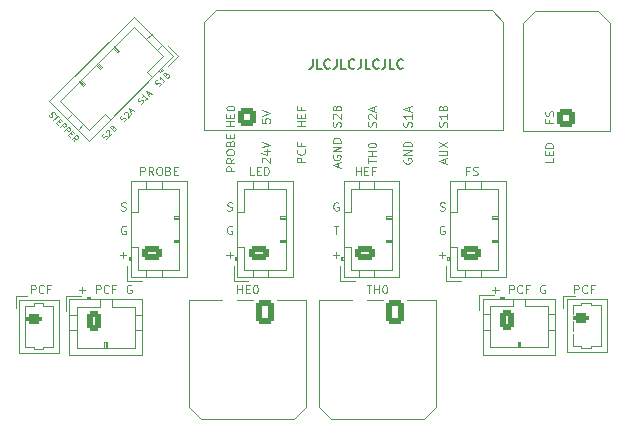
<source format=gbr>
%TF.GenerationSoftware,KiCad,Pcbnew,7.0.5*%
%TF.CreationDate,2023-07-25T09:46:53+02:00*%
%TF.ProjectId,XOL Breakout,584f4c20-4272-4656-916b-6f75742e6b69,rev?*%
%TF.SameCoordinates,Original*%
%TF.FileFunction,Legend,Top*%
%TF.FilePolarity,Positive*%
%FSLAX46Y46*%
G04 Gerber Fmt 4.6, Leading zero omitted, Abs format (unit mm)*
G04 Created by KiCad (PCBNEW 7.0.5) date 2023-07-25 09:46:53*
%MOMM*%
%LPD*%
G01*
G04 APERTURE LIST*
G04 Aperture macros list*
%AMRoundRect*
0 Rectangle with rounded corners*
0 $1 Rounding radius*
0 $2 $3 $4 $5 $6 $7 $8 $9 X,Y pos of 4 corners*
0 Add a 4 corners polygon primitive as box body*
4,1,4,$2,$3,$4,$5,$6,$7,$8,$9,$2,$3,0*
0 Add four circle primitives for the rounded corners*
1,1,$1+$1,$2,$3*
1,1,$1+$1,$4,$5*
1,1,$1+$1,$6,$7*
1,1,$1+$1,$8,$9*
0 Add four rect primitives between the rounded corners*
20,1,$1+$1,$2,$3,$4,$5,0*
20,1,$1+$1,$4,$5,$6,$7,0*
20,1,$1+$1,$6,$7,$8,$9,0*
20,1,$1+$1,$8,$9,$2,$3,0*%
%AMHorizOval*
0 Thick line with rounded ends*
0 $1 width*
0 $2 $3 position (X,Y) of the first rounded end (center of the circle)*
0 $4 $5 position (X,Y) of the second rounded end (center of the circle)*
0 Add line between two ends*
20,1,$1,$2,$3,$4,$5,0*
0 Add two circle primitives to create the rounded ends*
1,1,$1,$2,$3*
1,1,$1,$4,$5*%
G04 Aperture macros list end*
%ADD10C,0.100000*%
%ADD11C,0.150000*%
%ADD12C,0.120000*%
%ADD13C,3.000000*%
%ADD14RoundRect,0.250001X0.499999X0.759999X-0.499999X0.759999X-0.499999X-0.759999X0.499999X-0.759999X0*%
%ADD15O,1.500000X2.020000*%
%ADD16RoundRect,0.250000X-0.350000X-0.625000X0.350000X-0.625000X0.350000X0.625000X-0.350000X0.625000X0*%
%ADD17O,1.200000X1.750000*%
%ADD18C,5.600000*%
%ADD19RoundRect,0.250000X-0.194454X0.689429X-0.689429X0.194454X0.194454X-0.689429X0.689429X-0.194454X0*%
%ADD20HorizOval,1.200000X-0.194454X0.194454X0.194454X-0.194454X0*%
%ADD21RoundRect,0.250000X0.625000X-0.350000X0.625000X0.350000X-0.625000X0.350000X-0.625000X-0.350000X0*%
%ADD22O,1.750000X1.200000*%
%ADD23RoundRect,0.250001X-0.499999X-0.499999X0.499999X-0.499999X0.499999X0.499999X-0.499999X0.499999X0*%
%ADD24C,1.500000*%
%ADD25RoundRect,0.200000X-0.450000X0.200000X-0.450000X-0.200000X0.450000X-0.200000X0.450000X0.200000X0*%
%ADD26O,1.300000X0.800000*%
G04 APERTURE END LIST*
D10*
X80233333Y-106142466D02*
X80766667Y-106142466D01*
X80500000Y-106409133D02*
X80500000Y-105875800D01*
X92800000Y-99375800D02*
X92900000Y-99409133D01*
X92900000Y-99409133D02*
X93066667Y-99409133D01*
X93066667Y-99409133D02*
X93133333Y-99375800D01*
X93133333Y-99375800D02*
X93166667Y-99342466D01*
X93166667Y-99342466D02*
X93200000Y-99275800D01*
X93200000Y-99275800D02*
X93200000Y-99209133D01*
X93200000Y-99209133D02*
X93166667Y-99142466D01*
X93166667Y-99142466D02*
X93133333Y-99109133D01*
X93133333Y-99109133D02*
X93066667Y-99075800D01*
X93066667Y-99075800D02*
X92933333Y-99042466D01*
X92933333Y-99042466D02*
X92866667Y-99009133D01*
X92866667Y-99009133D02*
X92833333Y-98975800D01*
X92833333Y-98975800D02*
X92800000Y-98909133D01*
X92800000Y-98909133D02*
X92800000Y-98842466D01*
X92800000Y-98842466D02*
X92833333Y-98775800D01*
X92833333Y-98775800D02*
X92866667Y-98742466D01*
X92866667Y-98742466D02*
X92933333Y-98709133D01*
X92933333Y-98709133D02*
X93100000Y-98709133D01*
X93100000Y-98709133D02*
X93200000Y-98742466D01*
X111183333Y-100742466D02*
X111116666Y-100709133D01*
X111116666Y-100709133D02*
X111016666Y-100709133D01*
X111016666Y-100709133D02*
X110916666Y-100742466D01*
X110916666Y-100742466D02*
X110850000Y-100809133D01*
X110850000Y-100809133D02*
X110816666Y-100875800D01*
X110816666Y-100875800D02*
X110783333Y-101009133D01*
X110783333Y-101009133D02*
X110783333Y-101109133D01*
X110783333Y-101109133D02*
X110816666Y-101242466D01*
X110816666Y-101242466D02*
X110850000Y-101309133D01*
X110850000Y-101309133D02*
X110916666Y-101375800D01*
X110916666Y-101375800D02*
X111016666Y-101409133D01*
X111016666Y-101409133D02*
X111083333Y-101409133D01*
X111083333Y-101409133D02*
X111183333Y-101375800D01*
X111183333Y-101375800D02*
X111216666Y-101342466D01*
X111216666Y-101342466D02*
X111216666Y-101109133D01*
X111216666Y-101109133D02*
X111083333Y-101109133D01*
X107742466Y-95033332D02*
X107709133Y-95099999D01*
X107709133Y-95099999D02*
X107709133Y-95199999D01*
X107709133Y-95199999D02*
X107742466Y-95299999D01*
X107742466Y-95299999D02*
X107809133Y-95366666D01*
X107809133Y-95366666D02*
X107875800Y-95399999D01*
X107875800Y-95399999D02*
X108009133Y-95433332D01*
X108009133Y-95433332D02*
X108109133Y-95433332D01*
X108109133Y-95433332D02*
X108242466Y-95399999D01*
X108242466Y-95399999D02*
X108309133Y-95366666D01*
X108309133Y-95366666D02*
X108375800Y-95299999D01*
X108375800Y-95299999D02*
X108409133Y-95199999D01*
X108409133Y-95199999D02*
X108409133Y-95133332D01*
X108409133Y-95133332D02*
X108375800Y-95033332D01*
X108375800Y-95033332D02*
X108342466Y-94999999D01*
X108342466Y-94999999D02*
X108109133Y-94999999D01*
X108109133Y-94999999D02*
X108109133Y-95133332D01*
X108409133Y-94699999D02*
X107709133Y-94699999D01*
X107709133Y-94699999D02*
X108409133Y-94299999D01*
X108409133Y-94299999D02*
X107709133Y-94299999D01*
X108409133Y-93966666D02*
X107709133Y-93966666D01*
X107709133Y-93966666D02*
X107709133Y-93799999D01*
X107709133Y-93799999D02*
X107742466Y-93699999D01*
X107742466Y-93699999D02*
X107809133Y-93633333D01*
X107809133Y-93633333D02*
X107875800Y-93599999D01*
X107875800Y-93599999D02*
X108009133Y-93566666D01*
X108009133Y-93566666D02*
X108109133Y-93566666D01*
X108109133Y-93566666D02*
X108242466Y-93599999D01*
X108242466Y-93599999D02*
X108309133Y-93633333D01*
X108309133Y-93633333D02*
X108375800Y-93699999D01*
X108375800Y-93699999D02*
X108409133Y-93799999D01*
X108409133Y-93799999D02*
X108409133Y-93966666D01*
X84015322Y-91857115D02*
X84082666Y-91823443D01*
X84082666Y-91823443D02*
X84166845Y-91739263D01*
X84166845Y-91739263D02*
X84183681Y-91688756D01*
X84183681Y-91688756D02*
X84183681Y-91655084D01*
X84183681Y-91655084D02*
X84166845Y-91604576D01*
X84166845Y-91604576D02*
X84133174Y-91570905D01*
X84133174Y-91570905D02*
X84082666Y-91554069D01*
X84082666Y-91554069D02*
X84048994Y-91554069D01*
X84048994Y-91554069D02*
X83998487Y-91570905D01*
X83998487Y-91570905D02*
X83914307Y-91621412D01*
X83914307Y-91621412D02*
X83863800Y-91638248D01*
X83863800Y-91638248D02*
X83830128Y-91638248D01*
X83830128Y-91638248D02*
X83779620Y-91621412D01*
X83779620Y-91621412D02*
X83745948Y-91587741D01*
X83745948Y-91587741D02*
X83729113Y-91537233D01*
X83729113Y-91537233D02*
X83729113Y-91503561D01*
X83729113Y-91503561D02*
X83745948Y-91453054D01*
X83745948Y-91453054D02*
X83830128Y-91368874D01*
X83830128Y-91368874D02*
X83897471Y-91335202D01*
X84048994Y-91217352D02*
X84048994Y-91183680D01*
X84048994Y-91183680D02*
X84065830Y-91133172D01*
X84065830Y-91133172D02*
X84150009Y-91048993D01*
X84150009Y-91048993D02*
X84200517Y-91032157D01*
X84200517Y-91032157D02*
X84234188Y-91032157D01*
X84234188Y-91032157D02*
X84284696Y-91048993D01*
X84284696Y-91048993D02*
X84318368Y-91082665D01*
X84318368Y-91082665D02*
X84352040Y-91150008D01*
X84352040Y-91150008D02*
X84352040Y-91554069D01*
X84352040Y-91554069D02*
X84570906Y-91335203D01*
X84604577Y-91099501D02*
X84772936Y-90931142D01*
X84671921Y-91234188D02*
X84436219Y-90762783D01*
X84436219Y-90762783D02*
X84907623Y-90998486D01*
X116666666Y-106409133D02*
X116666666Y-105709133D01*
X116666666Y-105709133D02*
X116933333Y-105709133D01*
X116933333Y-105709133D02*
X117000000Y-105742466D01*
X117000000Y-105742466D02*
X117033333Y-105775800D01*
X117033333Y-105775800D02*
X117066666Y-105842466D01*
X117066666Y-105842466D02*
X117066666Y-105942466D01*
X117066666Y-105942466D02*
X117033333Y-106009133D01*
X117033333Y-106009133D02*
X117000000Y-106042466D01*
X117000000Y-106042466D02*
X116933333Y-106075800D01*
X116933333Y-106075800D02*
X116666666Y-106075800D01*
X117766666Y-106342466D02*
X117733333Y-106375800D01*
X117733333Y-106375800D02*
X117633333Y-106409133D01*
X117633333Y-106409133D02*
X117566666Y-106409133D01*
X117566666Y-106409133D02*
X117466666Y-106375800D01*
X117466666Y-106375800D02*
X117400000Y-106309133D01*
X117400000Y-106309133D02*
X117366666Y-106242466D01*
X117366666Y-106242466D02*
X117333333Y-106109133D01*
X117333333Y-106109133D02*
X117333333Y-106009133D01*
X117333333Y-106009133D02*
X117366666Y-105875800D01*
X117366666Y-105875800D02*
X117400000Y-105809133D01*
X117400000Y-105809133D02*
X117466666Y-105742466D01*
X117466666Y-105742466D02*
X117566666Y-105709133D01*
X117566666Y-105709133D02*
X117633333Y-105709133D01*
X117633333Y-105709133D02*
X117733333Y-105742466D01*
X117733333Y-105742466D02*
X117766666Y-105775800D01*
X118300000Y-106042466D02*
X118066666Y-106042466D01*
X118066666Y-106409133D02*
X118066666Y-105709133D01*
X118066666Y-105709133D02*
X118400000Y-105709133D01*
X77690464Y-91355515D02*
X77724136Y-91422858D01*
X77724136Y-91422858D02*
X77808315Y-91507038D01*
X77808315Y-91507038D02*
X77858823Y-91523874D01*
X77858823Y-91523874D02*
X77892494Y-91523874D01*
X77892494Y-91523874D02*
X77943002Y-91507038D01*
X77943002Y-91507038D02*
X77976674Y-91473366D01*
X77976674Y-91473366D02*
X77993510Y-91422858D01*
X77993510Y-91422858D02*
X77993510Y-91389187D01*
X77993510Y-91389187D02*
X77976674Y-91338679D01*
X77976674Y-91338679D02*
X77926166Y-91254499D01*
X77926166Y-91254499D02*
X77909330Y-91203992D01*
X77909330Y-91203992D02*
X77909330Y-91170320D01*
X77909330Y-91170320D02*
X77926166Y-91119812D01*
X77926166Y-91119812D02*
X77959838Y-91086141D01*
X77959838Y-91086141D02*
X78010345Y-91069305D01*
X78010345Y-91069305D02*
X78044017Y-91069305D01*
X78044017Y-91069305D02*
X78094525Y-91086141D01*
X78094525Y-91086141D02*
X78178704Y-91170320D01*
X78178704Y-91170320D02*
X78212376Y-91237664D01*
X78330227Y-91321843D02*
X78532257Y-91523873D01*
X78077689Y-91776411D02*
X78431242Y-91422858D01*
X78481749Y-91810083D02*
X78599600Y-91927934D01*
X78464913Y-92163636D02*
X78296555Y-91995277D01*
X78296555Y-91995277D02*
X78650108Y-91641724D01*
X78650108Y-91641724D02*
X78818467Y-91810083D01*
X78616436Y-92315159D02*
X78969990Y-91961606D01*
X78969990Y-91961606D02*
X79104677Y-92096293D01*
X79104677Y-92096293D02*
X79121513Y-92146800D01*
X79121513Y-92146800D02*
X79121513Y-92180472D01*
X79121513Y-92180472D02*
X79104677Y-92230980D01*
X79104677Y-92230980D02*
X79054169Y-92281487D01*
X79054169Y-92281487D02*
X79003662Y-92298323D01*
X79003662Y-92298323D02*
X78969990Y-92298323D01*
X78969990Y-92298323D02*
X78919482Y-92281487D01*
X78919482Y-92281487D02*
X78784795Y-92146800D01*
X78969990Y-92668712D02*
X79323543Y-92315159D01*
X79323543Y-92315159D02*
X79458230Y-92449846D01*
X79458230Y-92449846D02*
X79475066Y-92500354D01*
X79475066Y-92500354D02*
X79475066Y-92534025D01*
X79475066Y-92534025D02*
X79458230Y-92584533D01*
X79458230Y-92584533D02*
X79407723Y-92635041D01*
X79407723Y-92635041D02*
X79357215Y-92651877D01*
X79357215Y-92651877D02*
X79323543Y-92651877D01*
X79323543Y-92651877D02*
X79273036Y-92635041D01*
X79273036Y-92635041D02*
X79138349Y-92500354D01*
X79508738Y-92837071D02*
X79626589Y-92954922D01*
X79491902Y-93190625D02*
X79323543Y-93022266D01*
X79323543Y-93022266D02*
X79677097Y-92668712D01*
X79677097Y-92668712D02*
X79845455Y-92837071D01*
X79845455Y-93544178D02*
X79895963Y-93257968D01*
X79643425Y-93342148D02*
X79996978Y-92988594D01*
X79996978Y-92988594D02*
X80131665Y-93123281D01*
X80131665Y-93123281D02*
X80148501Y-93173789D01*
X80148501Y-93173789D02*
X80148501Y-93207461D01*
X80148501Y-93207461D02*
X80131665Y-93257968D01*
X80131665Y-93257968D02*
X80081158Y-93308476D01*
X80081158Y-93308476D02*
X80030650Y-93325312D01*
X80030650Y-93325312D02*
X79996978Y-93325312D01*
X79996978Y-93325312D02*
X79946471Y-93308476D01*
X79946471Y-93308476D02*
X79811784Y-93173789D01*
X95709133Y-91633333D02*
X95709133Y-91966666D01*
X95709133Y-91966666D02*
X96042466Y-91999999D01*
X96042466Y-91999999D02*
X96009133Y-91966666D01*
X96009133Y-91966666D02*
X95975800Y-91899999D01*
X95975800Y-91899999D02*
X95975800Y-91733333D01*
X95975800Y-91733333D02*
X96009133Y-91666666D01*
X96009133Y-91666666D02*
X96042466Y-91633333D01*
X96042466Y-91633333D02*
X96109133Y-91599999D01*
X96109133Y-91599999D02*
X96275800Y-91599999D01*
X96275800Y-91599999D02*
X96342466Y-91633333D01*
X96342466Y-91633333D02*
X96375800Y-91666666D01*
X96375800Y-91666666D02*
X96409133Y-91733333D01*
X96409133Y-91733333D02*
X96409133Y-91899999D01*
X96409133Y-91899999D02*
X96375800Y-91966666D01*
X96375800Y-91966666D02*
X96342466Y-91999999D01*
X95709133Y-91399999D02*
X96409133Y-91166666D01*
X96409133Y-91166666D02*
X95709133Y-90933332D01*
X102183333Y-98742466D02*
X102116666Y-98709133D01*
X102116666Y-98709133D02*
X102016666Y-98709133D01*
X102016666Y-98709133D02*
X101916666Y-98742466D01*
X101916666Y-98742466D02*
X101850000Y-98809133D01*
X101850000Y-98809133D02*
X101816666Y-98875800D01*
X101816666Y-98875800D02*
X101783333Y-99009133D01*
X101783333Y-99009133D02*
X101783333Y-99109133D01*
X101783333Y-99109133D02*
X101816666Y-99242466D01*
X101816666Y-99242466D02*
X101850000Y-99309133D01*
X101850000Y-99309133D02*
X101916666Y-99375800D01*
X101916666Y-99375800D02*
X102016666Y-99409133D01*
X102016666Y-99409133D02*
X102083333Y-99409133D01*
X102083333Y-99409133D02*
X102183333Y-99375800D01*
X102183333Y-99375800D02*
X102216666Y-99342466D01*
X102216666Y-99342466D02*
X102216666Y-99109133D01*
X102216666Y-99109133D02*
X102083333Y-99109133D01*
X103683333Y-96409133D02*
X103683333Y-95709133D01*
X103683333Y-96042466D02*
X104083333Y-96042466D01*
X104083333Y-96409133D02*
X104083333Y-95709133D01*
X104416666Y-96042466D02*
X104650000Y-96042466D01*
X104750000Y-96409133D02*
X104416666Y-96409133D01*
X104416666Y-96409133D02*
X104416666Y-95709133D01*
X104416666Y-95709133D02*
X104750000Y-95709133D01*
X105283333Y-96042466D02*
X105049999Y-96042466D01*
X105049999Y-96409133D02*
X105049999Y-95709133D01*
X105049999Y-95709133D02*
X105383333Y-95709133D01*
X93650000Y-106409133D02*
X93650000Y-105709133D01*
X93650000Y-106042466D02*
X94050000Y-106042466D01*
X94050000Y-106409133D02*
X94050000Y-105709133D01*
X94383333Y-106042466D02*
X94616667Y-106042466D01*
X94716667Y-106409133D02*
X94383333Y-106409133D01*
X94383333Y-106409133D02*
X94383333Y-105709133D01*
X94383333Y-105709133D02*
X94716667Y-105709133D01*
X95150000Y-105709133D02*
X95216666Y-105709133D01*
X95216666Y-105709133D02*
X95283333Y-105742466D01*
X95283333Y-105742466D02*
X95316666Y-105775800D01*
X95316666Y-105775800D02*
X95350000Y-105842466D01*
X95350000Y-105842466D02*
X95383333Y-105975800D01*
X95383333Y-105975800D02*
X95383333Y-106142466D01*
X95383333Y-106142466D02*
X95350000Y-106275800D01*
X95350000Y-106275800D02*
X95316666Y-106342466D01*
X95316666Y-106342466D02*
X95283333Y-106375800D01*
X95283333Y-106375800D02*
X95216666Y-106409133D01*
X95216666Y-106409133D02*
X95150000Y-106409133D01*
X95150000Y-106409133D02*
X95083333Y-106375800D01*
X95083333Y-106375800D02*
X95050000Y-106342466D01*
X95050000Y-106342466D02*
X95016666Y-106275800D01*
X95016666Y-106275800D02*
X94983333Y-106142466D01*
X94983333Y-106142466D02*
X94983333Y-105975800D01*
X94983333Y-105975800D02*
X95016666Y-105842466D01*
X95016666Y-105842466D02*
X95050000Y-105775800D01*
X95050000Y-105775800D02*
X95083333Y-105742466D01*
X95083333Y-105742466D02*
X95150000Y-105709133D01*
X76166666Y-106409133D02*
X76166666Y-105709133D01*
X76166666Y-105709133D02*
X76433333Y-105709133D01*
X76433333Y-105709133D02*
X76500000Y-105742466D01*
X76500000Y-105742466D02*
X76533333Y-105775800D01*
X76533333Y-105775800D02*
X76566666Y-105842466D01*
X76566666Y-105842466D02*
X76566666Y-105942466D01*
X76566666Y-105942466D02*
X76533333Y-106009133D01*
X76533333Y-106009133D02*
X76500000Y-106042466D01*
X76500000Y-106042466D02*
X76433333Y-106075800D01*
X76433333Y-106075800D02*
X76166666Y-106075800D01*
X77266666Y-106342466D02*
X77233333Y-106375800D01*
X77233333Y-106375800D02*
X77133333Y-106409133D01*
X77133333Y-106409133D02*
X77066666Y-106409133D01*
X77066666Y-106409133D02*
X76966666Y-106375800D01*
X76966666Y-106375800D02*
X76900000Y-106309133D01*
X76900000Y-106309133D02*
X76866666Y-106242466D01*
X76866666Y-106242466D02*
X76833333Y-106109133D01*
X76833333Y-106109133D02*
X76833333Y-106009133D01*
X76833333Y-106009133D02*
X76866666Y-105875800D01*
X76866666Y-105875800D02*
X76900000Y-105809133D01*
X76900000Y-105809133D02*
X76966666Y-105742466D01*
X76966666Y-105742466D02*
X77066666Y-105709133D01*
X77066666Y-105709133D02*
X77133333Y-105709133D01*
X77133333Y-105709133D02*
X77233333Y-105742466D01*
X77233333Y-105742466D02*
X77266666Y-105775800D01*
X77800000Y-106042466D02*
X77566666Y-106042466D01*
X77566666Y-106409133D02*
X77566666Y-105709133D01*
X77566666Y-105709133D02*
X77900000Y-105709133D01*
X120409133Y-94950000D02*
X120409133Y-95283333D01*
X120409133Y-95283333D02*
X119709133Y-95283333D01*
X120042466Y-94716666D02*
X120042466Y-94483333D01*
X120409133Y-94383333D02*
X120409133Y-94716666D01*
X120409133Y-94716666D02*
X119709133Y-94716666D01*
X119709133Y-94716666D02*
X119709133Y-94383333D01*
X120409133Y-94083333D02*
X119709133Y-94083333D01*
X119709133Y-94083333D02*
X119709133Y-93916666D01*
X119709133Y-93916666D02*
X119742466Y-93816666D01*
X119742466Y-93816666D02*
X119809133Y-93750000D01*
X119809133Y-93750000D02*
X119875800Y-93716666D01*
X119875800Y-93716666D02*
X120009133Y-93683333D01*
X120009133Y-93683333D02*
X120109133Y-93683333D01*
X120109133Y-93683333D02*
X120242466Y-93716666D01*
X120242466Y-93716666D02*
X120309133Y-93750000D01*
X120309133Y-93750000D02*
X120375800Y-93816666D01*
X120375800Y-93816666D02*
X120409133Y-93916666D01*
X120409133Y-93916666D02*
X120409133Y-94083333D01*
X113266667Y-96042466D02*
X113033333Y-96042466D01*
X113033333Y-96409133D02*
X113033333Y-95709133D01*
X113033333Y-95709133D02*
X113366667Y-95709133D01*
X113600000Y-96375800D02*
X113700000Y-96409133D01*
X113700000Y-96409133D02*
X113866667Y-96409133D01*
X113866667Y-96409133D02*
X113933333Y-96375800D01*
X113933333Y-96375800D02*
X113966667Y-96342466D01*
X113966667Y-96342466D02*
X114000000Y-96275800D01*
X114000000Y-96275800D02*
X114000000Y-96209133D01*
X114000000Y-96209133D02*
X113966667Y-96142466D01*
X113966667Y-96142466D02*
X113933333Y-96109133D01*
X113933333Y-96109133D02*
X113866667Y-96075800D01*
X113866667Y-96075800D02*
X113733333Y-96042466D01*
X113733333Y-96042466D02*
X113666667Y-96009133D01*
X113666667Y-96009133D02*
X113633333Y-95975800D01*
X113633333Y-95975800D02*
X113600000Y-95909133D01*
X113600000Y-95909133D02*
X113600000Y-95842466D01*
X113600000Y-95842466D02*
X113633333Y-95775800D01*
X113633333Y-95775800D02*
X113666667Y-95742466D01*
X113666667Y-95742466D02*
X113733333Y-95709133D01*
X113733333Y-95709133D02*
X113900000Y-95709133D01*
X113900000Y-95709133D02*
X114000000Y-95742466D01*
X99409133Y-92267544D02*
X98709133Y-92267544D01*
X99042466Y-92267544D02*
X99042466Y-91867544D01*
X99409133Y-91867544D02*
X98709133Y-91867544D01*
X99042466Y-91534211D02*
X99042466Y-91300878D01*
X99409133Y-91200878D02*
X99409133Y-91534211D01*
X99409133Y-91534211D02*
X98709133Y-91534211D01*
X98709133Y-91534211D02*
X98709133Y-91200878D01*
X99042466Y-90667545D02*
X99042466Y-90900878D01*
X99409133Y-90900878D02*
X98709133Y-90900878D01*
X98709133Y-90900878D02*
X98709133Y-90567545D01*
X95775800Y-95333333D02*
X95742466Y-95300000D01*
X95742466Y-95300000D02*
X95709133Y-95233333D01*
X95709133Y-95233333D02*
X95709133Y-95066667D01*
X95709133Y-95066667D02*
X95742466Y-95000000D01*
X95742466Y-95000000D02*
X95775800Y-94966667D01*
X95775800Y-94966667D02*
X95842466Y-94933333D01*
X95842466Y-94933333D02*
X95909133Y-94933333D01*
X95909133Y-94933333D02*
X96009133Y-94966667D01*
X96009133Y-94966667D02*
X96409133Y-95366667D01*
X96409133Y-95366667D02*
X96409133Y-94933333D01*
X95942466Y-94333333D02*
X96409133Y-94333333D01*
X95675800Y-94500000D02*
X96175800Y-94666666D01*
X96175800Y-94666666D02*
X96175800Y-94233333D01*
X95709133Y-94066666D02*
X96409133Y-93833333D01*
X96409133Y-93833333D02*
X95709133Y-93599999D01*
X101800000Y-100709133D02*
X102200000Y-100709133D01*
X102000000Y-101409133D02*
X102000000Y-100709133D01*
X111209133Y-95366666D02*
X111209133Y-95033333D01*
X111409133Y-95433333D02*
X110709133Y-95200000D01*
X110709133Y-95200000D02*
X111409133Y-94966666D01*
X110709133Y-94733333D02*
X111275800Y-94733333D01*
X111275800Y-94733333D02*
X111342466Y-94700000D01*
X111342466Y-94700000D02*
X111375800Y-94666666D01*
X111375800Y-94666666D02*
X111409133Y-94600000D01*
X111409133Y-94600000D02*
X111409133Y-94466666D01*
X111409133Y-94466666D02*
X111375800Y-94400000D01*
X111375800Y-94400000D02*
X111342466Y-94366666D01*
X111342466Y-94366666D02*
X111275800Y-94333333D01*
X111275800Y-94333333D02*
X110709133Y-94333333D01*
X110709133Y-94066667D02*
X111409133Y-93600000D01*
X110709133Y-93600000D02*
X111409133Y-94066667D01*
X82490068Y-93382369D02*
X82557412Y-93348697D01*
X82557412Y-93348697D02*
X82641591Y-93264518D01*
X82641591Y-93264518D02*
X82658427Y-93214010D01*
X82658427Y-93214010D02*
X82658427Y-93180338D01*
X82658427Y-93180338D02*
X82641591Y-93129831D01*
X82641591Y-93129831D02*
X82607919Y-93096159D01*
X82607919Y-93096159D02*
X82557412Y-93079323D01*
X82557412Y-93079323D02*
X82523740Y-93079323D01*
X82523740Y-93079323D02*
X82473232Y-93096159D01*
X82473232Y-93096159D02*
X82389053Y-93146667D01*
X82389053Y-93146667D02*
X82338545Y-93163502D01*
X82338545Y-93163502D02*
X82304873Y-93163502D01*
X82304873Y-93163502D02*
X82254366Y-93146667D01*
X82254366Y-93146667D02*
X82220694Y-93112995D01*
X82220694Y-93112995D02*
X82203858Y-93062487D01*
X82203858Y-93062487D02*
X82203858Y-93028815D01*
X82203858Y-93028815D02*
X82220694Y-92978308D01*
X82220694Y-92978308D02*
X82304873Y-92894128D01*
X82304873Y-92894128D02*
X82372217Y-92860457D01*
X82523740Y-92742606D02*
X82523740Y-92708934D01*
X82523740Y-92708934D02*
X82540575Y-92658427D01*
X82540575Y-92658427D02*
X82624755Y-92574247D01*
X82624755Y-92574247D02*
X82675262Y-92557411D01*
X82675262Y-92557411D02*
X82708934Y-92557411D01*
X82708934Y-92557411D02*
X82759442Y-92574247D01*
X82759442Y-92574247D02*
X82793114Y-92607919D01*
X82793114Y-92607919D02*
X82826785Y-92675262D01*
X82826785Y-92675262D02*
X82826785Y-93079323D01*
X82826785Y-93079323D02*
X83045652Y-92860457D01*
X83129831Y-92405889D02*
X83197174Y-92372217D01*
X83197174Y-92372217D02*
X83230846Y-92372217D01*
X83230846Y-92372217D02*
X83281354Y-92389053D01*
X83281354Y-92389053D02*
X83331861Y-92439560D01*
X83331861Y-92439560D02*
X83348697Y-92490068D01*
X83348697Y-92490068D02*
X83348697Y-92523740D01*
X83348697Y-92523740D02*
X83331861Y-92574247D01*
X83331861Y-92574247D02*
X83197174Y-92708934D01*
X83197174Y-92708934D02*
X82843621Y-92355381D01*
X82843621Y-92355381D02*
X82961472Y-92237530D01*
X82961472Y-92237530D02*
X83011980Y-92220694D01*
X83011980Y-92220694D02*
X83045651Y-92220694D01*
X83045651Y-92220694D02*
X83096159Y-92237530D01*
X83096159Y-92237530D02*
X83129831Y-92271202D01*
X83129831Y-92271202D02*
X83146667Y-92321709D01*
X83146667Y-92321709D02*
X83146667Y-92355381D01*
X83146667Y-92355381D02*
X83129831Y-92405889D01*
X83129831Y-92405889D02*
X83011980Y-92523740D01*
X110800000Y-99375800D02*
X110900000Y-99409133D01*
X110900000Y-99409133D02*
X111066667Y-99409133D01*
X111066667Y-99409133D02*
X111133333Y-99375800D01*
X111133333Y-99375800D02*
X111166667Y-99342466D01*
X111166667Y-99342466D02*
X111200000Y-99275800D01*
X111200000Y-99275800D02*
X111200000Y-99209133D01*
X111200000Y-99209133D02*
X111166667Y-99142466D01*
X111166667Y-99142466D02*
X111133333Y-99109133D01*
X111133333Y-99109133D02*
X111066667Y-99075800D01*
X111066667Y-99075800D02*
X110933333Y-99042466D01*
X110933333Y-99042466D02*
X110866667Y-99009133D01*
X110866667Y-99009133D02*
X110833333Y-98975800D01*
X110833333Y-98975800D02*
X110800000Y-98909133D01*
X110800000Y-98909133D02*
X110800000Y-98842466D01*
X110800000Y-98842466D02*
X110833333Y-98775800D01*
X110833333Y-98775800D02*
X110866667Y-98742466D01*
X110866667Y-98742466D02*
X110933333Y-98709133D01*
X110933333Y-98709133D02*
X111100000Y-98709133D01*
X111100000Y-98709133D02*
X111200000Y-98742466D01*
X102375800Y-92300877D02*
X102409133Y-92200877D01*
X102409133Y-92200877D02*
X102409133Y-92034211D01*
X102409133Y-92034211D02*
X102375800Y-91967544D01*
X102375800Y-91967544D02*
X102342466Y-91934211D01*
X102342466Y-91934211D02*
X102275800Y-91900877D01*
X102275800Y-91900877D02*
X102209133Y-91900877D01*
X102209133Y-91900877D02*
X102142466Y-91934211D01*
X102142466Y-91934211D02*
X102109133Y-91967544D01*
X102109133Y-91967544D02*
X102075800Y-92034211D01*
X102075800Y-92034211D02*
X102042466Y-92167544D01*
X102042466Y-92167544D02*
X102009133Y-92234211D01*
X102009133Y-92234211D02*
X101975800Y-92267544D01*
X101975800Y-92267544D02*
X101909133Y-92300877D01*
X101909133Y-92300877D02*
X101842466Y-92300877D01*
X101842466Y-92300877D02*
X101775800Y-92267544D01*
X101775800Y-92267544D02*
X101742466Y-92234211D01*
X101742466Y-92234211D02*
X101709133Y-92167544D01*
X101709133Y-92167544D02*
X101709133Y-92000877D01*
X101709133Y-92000877D02*
X101742466Y-91900877D01*
X101775800Y-91634210D02*
X101742466Y-91600877D01*
X101742466Y-91600877D02*
X101709133Y-91534210D01*
X101709133Y-91534210D02*
X101709133Y-91367544D01*
X101709133Y-91367544D02*
X101742466Y-91300877D01*
X101742466Y-91300877D02*
X101775800Y-91267544D01*
X101775800Y-91267544D02*
X101842466Y-91234210D01*
X101842466Y-91234210D02*
X101909133Y-91234210D01*
X101909133Y-91234210D02*
X102009133Y-91267544D01*
X102009133Y-91267544D02*
X102409133Y-91667544D01*
X102409133Y-91667544D02*
X102409133Y-91234210D01*
X102042466Y-90700877D02*
X102075800Y-90600877D01*
X102075800Y-90600877D02*
X102109133Y-90567543D01*
X102109133Y-90567543D02*
X102175800Y-90534210D01*
X102175800Y-90534210D02*
X102275800Y-90534210D01*
X102275800Y-90534210D02*
X102342466Y-90567543D01*
X102342466Y-90567543D02*
X102375800Y-90600877D01*
X102375800Y-90600877D02*
X102409133Y-90667543D01*
X102409133Y-90667543D02*
X102409133Y-90934210D01*
X102409133Y-90934210D02*
X101709133Y-90934210D01*
X101709133Y-90934210D02*
X101709133Y-90700877D01*
X101709133Y-90700877D02*
X101742466Y-90634210D01*
X101742466Y-90634210D02*
X101775800Y-90600877D01*
X101775800Y-90600877D02*
X101842466Y-90567543D01*
X101842466Y-90567543D02*
X101909133Y-90567543D01*
X101909133Y-90567543D02*
X101975800Y-90600877D01*
X101975800Y-90600877D02*
X102009133Y-90634210D01*
X102009133Y-90634210D02*
X102042466Y-90700877D01*
X102042466Y-90700877D02*
X102042466Y-90934210D01*
X108375800Y-92300877D02*
X108409133Y-92200877D01*
X108409133Y-92200877D02*
X108409133Y-92034211D01*
X108409133Y-92034211D02*
X108375800Y-91967544D01*
X108375800Y-91967544D02*
X108342466Y-91934211D01*
X108342466Y-91934211D02*
X108275800Y-91900877D01*
X108275800Y-91900877D02*
X108209133Y-91900877D01*
X108209133Y-91900877D02*
X108142466Y-91934211D01*
X108142466Y-91934211D02*
X108109133Y-91967544D01*
X108109133Y-91967544D02*
X108075800Y-92034211D01*
X108075800Y-92034211D02*
X108042466Y-92167544D01*
X108042466Y-92167544D02*
X108009133Y-92234211D01*
X108009133Y-92234211D02*
X107975800Y-92267544D01*
X107975800Y-92267544D02*
X107909133Y-92300877D01*
X107909133Y-92300877D02*
X107842466Y-92300877D01*
X107842466Y-92300877D02*
X107775800Y-92267544D01*
X107775800Y-92267544D02*
X107742466Y-92234211D01*
X107742466Y-92234211D02*
X107709133Y-92167544D01*
X107709133Y-92167544D02*
X107709133Y-92000877D01*
X107709133Y-92000877D02*
X107742466Y-91900877D01*
X108409133Y-91234210D02*
X108409133Y-91634210D01*
X108409133Y-91434210D02*
X107709133Y-91434210D01*
X107709133Y-91434210D02*
X107809133Y-91500877D01*
X107809133Y-91500877D02*
X107875800Y-91567544D01*
X107875800Y-91567544D02*
X107909133Y-91634210D01*
X108209133Y-90967543D02*
X108209133Y-90634210D01*
X108409133Y-91034210D02*
X107709133Y-90800877D01*
X107709133Y-90800877D02*
X108409133Y-90567543D01*
X110733333Y-103142466D02*
X111266667Y-103142466D01*
X111000000Y-103409133D02*
X111000000Y-102875800D01*
X93409133Y-96066666D02*
X92709133Y-96066666D01*
X92709133Y-96066666D02*
X92709133Y-95799999D01*
X92709133Y-95799999D02*
X92742466Y-95733333D01*
X92742466Y-95733333D02*
X92775800Y-95699999D01*
X92775800Y-95699999D02*
X92842466Y-95666666D01*
X92842466Y-95666666D02*
X92942466Y-95666666D01*
X92942466Y-95666666D02*
X93009133Y-95699999D01*
X93009133Y-95699999D02*
X93042466Y-95733333D01*
X93042466Y-95733333D02*
X93075800Y-95799999D01*
X93075800Y-95799999D02*
X93075800Y-96066666D01*
X93409133Y-94966666D02*
X93075800Y-95199999D01*
X93409133Y-95366666D02*
X92709133Y-95366666D01*
X92709133Y-95366666D02*
X92709133Y-95099999D01*
X92709133Y-95099999D02*
X92742466Y-95033333D01*
X92742466Y-95033333D02*
X92775800Y-94999999D01*
X92775800Y-94999999D02*
X92842466Y-94966666D01*
X92842466Y-94966666D02*
X92942466Y-94966666D01*
X92942466Y-94966666D02*
X93009133Y-94999999D01*
X93009133Y-94999999D02*
X93042466Y-95033333D01*
X93042466Y-95033333D02*
X93075800Y-95099999D01*
X93075800Y-95099999D02*
X93075800Y-95366666D01*
X92709133Y-94533333D02*
X92709133Y-94399999D01*
X92709133Y-94399999D02*
X92742466Y-94333333D01*
X92742466Y-94333333D02*
X92809133Y-94266666D01*
X92809133Y-94266666D02*
X92942466Y-94233333D01*
X92942466Y-94233333D02*
X93175800Y-94233333D01*
X93175800Y-94233333D02*
X93309133Y-94266666D01*
X93309133Y-94266666D02*
X93375800Y-94333333D01*
X93375800Y-94333333D02*
X93409133Y-94399999D01*
X93409133Y-94399999D02*
X93409133Y-94533333D01*
X93409133Y-94533333D02*
X93375800Y-94599999D01*
X93375800Y-94599999D02*
X93309133Y-94666666D01*
X93309133Y-94666666D02*
X93175800Y-94699999D01*
X93175800Y-94699999D02*
X92942466Y-94699999D01*
X92942466Y-94699999D02*
X92809133Y-94666666D01*
X92809133Y-94666666D02*
X92742466Y-94599999D01*
X92742466Y-94599999D02*
X92709133Y-94533333D01*
X93042466Y-93700000D02*
X93075800Y-93600000D01*
X93075800Y-93600000D02*
X93109133Y-93566666D01*
X93109133Y-93566666D02*
X93175800Y-93533333D01*
X93175800Y-93533333D02*
X93275800Y-93533333D01*
X93275800Y-93533333D02*
X93342466Y-93566666D01*
X93342466Y-93566666D02*
X93375800Y-93600000D01*
X93375800Y-93600000D02*
X93409133Y-93666666D01*
X93409133Y-93666666D02*
X93409133Y-93933333D01*
X93409133Y-93933333D02*
X92709133Y-93933333D01*
X92709133Y-93933333D02*
X92709133Y-93700000D01*
X92709133Y-93700000D02*
X92742466Y-93633333D01*
X92742466Y-93633333D02*
X92775800Y-93600000D01*
X92775800Y-93600000D02*
X92842466Y-93566666D01*
X92842466Y-93566666D02*
X92909133Y-93566666D01*
X92909133Y-93566666D02*
X92975800Y-93600000D01*
X92975800Y-93600000D02*
X93009133Y-93633333D01*
X93009133Y-93633333D02*
X93042466Y-93700000D01*
X93042466Y-93700000D02*
X93042466Y-93933333D01*
X93042466Y-93233333D02*
X93042466Y-93000000D01*
X93409133Y-92900000D02*
X93409133Y-93233333D01*
X93409133Y-93233333D02*
X92709133Y-93233333D01*
X92709133Y-93233333D02*
X92709133Y-92900000D01*
X102209133Y-95733332D02*
X102209133Y-95399999D01*
X102409133Y-95799999D02*
X101709133Y-95566666D01*
X101709133Y-95566666D02*
X102409133Y-95333332D01*
X101742466Y-94733332D02*
X101709133Y-94799999D01*
X101709133Y-94799999D02*
X101709133Y-94899999D01*
X101709133Y-94899999D02*
X101742466Y-94999999D01*
X101742466Y-94999999D02*
X101809133Y-95066666D01*
X101809133Y-95066666D02*
X101875800Y-95099999D01*
X101875800Y-95099999D02*
X102009133Y-95133332D01*
X102009133Y-95133332D02*
X102109133Y-95133332D01*
X102109133Y-95133332D02*
X102242466Y-95099999D01*
X102242466Y-95099999D02*
X102309133Y-95066666D01*
X102309133Y-95066666D02*
X102375800Y-94999999D01*
X102375800Y-94999999D02*
X102409133Y-94899999D01*
X102409133Y-94899999D02*
X102409133Y-94833332D01*
X102409133Y-94833332D02*
X102375800Y-94733332D01*
X102375800Y-94733332D02*
X102342466Y-94699999D01*
X102342466Y-94699999D02*
X102109133Y-94699999D01*
X102109133Y-94699999D02*
X102109133Y-94833332D01*
X102409133Y-94399999D02*
X101709133Y-94399999D01*
X101709133Y-94399999D02*
X102409133Y-93999999D01*
X102409133Y-93999999D02*
X101709133Y-93999999D01*
X102409133Y-93666666D02*
X101709133Y-93666666D01*
X101709133Y-93666666D02*
X101709133Y-93499999D01*
X101709133Y-93499999D02*
X101742466Y-93399999D01*
X101742466Y-93399999D02*
X101809133Y-93333333D01*
X101809133Y-93333333D02*
X101875800Y-93299999D01*
X101875800Y-93299999D02*
X102009133Y-93266666D01*
X102009133Y-93266666D02*
X102109133Y-93266666D01*
X102109133Y-93266666D02*
X102242466Y-93299999D01*
X102242466Y-93299999D02*
X102309133Y-93333333D01*
X102309133Y-93333333D02*
X102375800Y-93399999D01*
X102375800Y-93399999D02*
X102409133Y-93499999D01*
X102409133Y-93499999D02*
X102409133Y-93666666D01*
X122166666Y-106409133D02*
X122166666Y-105709133D01*
X122166666Y-105709133D02*
X122433333Y-105709133D01*
X122433333Y-105709133D02*
X122500000Y-105742466D01*
X122500000Y-105742466D02*
X122533333Y-105775800D01*
X122533333Y-105775800D02*
X122566666Y-105842466D01*
X122566666Y-105842466D02*
X122566666Y-105942466D01*
X122566666Y-105942466D02*
X122533333Y-106009133D01*
X122533333Y-106009133D02*
X122500000Y-106042466D01*
X122500000Y-106042466D02*
X122433333Y-106075800D01*
X122433333Y-106075800D02*
X122166666Y-106075800D01*
X123266666Y-106342466D02*
X123233333Y-106375800D01*
X123233333Y-106375800D02*
X123133333Y-106409133D01*
X123133333Y-106409133D02*
X123066666Y-106409133D01*
X123066666Y-106409133D02*
X122966666Y-106375800D01*
X122966666Y-106375800D02*
X122900000Y-106309133D01*
X122900000Y-106309133D02*
X122866666Y-106242466D01*
X122866666Y-106242466D02*
X122833333Y-106109133D01*
X122833333Y-106109133D02*
X122833333Y-106009133D01*
X122833333Y-106009133D02*
X122866666Y-105875800D01*
X122866666Y-105875800D02*
X122900000Y-105809133D01*
X122900000Y-105809133D02*
X122966666Y-105742466D01*
X122966666Y-105742466D02*
X123066666Y-105709133D01*
X123066666Y-105709133D02*
X123133333Y-105709133D01*
X123133333Y-105709133D02*
X123233333Y-105742466D01*
X123233333Y-105742466D02*
X123266666Y-105775800D01*
X123800000Y-106042466D02*
X123566666Y-106042466D01*
X123566666Y-106409133D02*
X123566666Y-105709133D01*
X123566666Y-105709133D02*
X123900000Y-105709133D01*
X83800000Y-99375800D02*
X83900000Y-99409133D01*
X83900000Y-99409133D02*
X84066667Y-99409133D01*
X84066667Y-99409133D02*
X84133333Y-99375800D01*
X84133333Y-99375800D02*
X84166667Y-99342466D01*
X84166667Y-99342466D02*
X84200000Y-99275800D01*
X84200000Y-99275800D02*
X84200000Y-99209133D01*
X84200000Y-99209133D02*
X84166667Y-99142466D01*
X84166667Y-99142466D02*
X84133333Y-99109133D01*
X84133333Y-99109133D02*
X84066667Y-99075800D01*
X84066667Y-99075800D02*
X83933333Y-99042466D01*
X83933333Y-99042466D02*
X83866667Y-99009133D01*
X83866667Y-99009133D02*
X83833333Y-98975800D01*
X83833333Y-98975800D02*
X83800000Y-98909133D01*
X83800000Y-98909133D02*
X83800000Y-98842466D01*
X83800000Y-98842466D02*
X83833333Y-98775800D01*
X83833333Y-98775800D02*
X83866667Y-98742466D01*
X83866667Y-98742466D02*
X83933333Y-98709133D01*
X83933333Y-98709133D02*
X84100000Y-98709133D01*
X84100000Y-98709133D02*
X84200000Y-98742466D01*
X115233333Y-106142466D02*
X115766667Y-106142466D01*
X115500000Y-106409133D02*
X115500000Y-105875800D01*
X85433333Y-96409133D02*
X85433333Y-95709133D01*
X85433333Y-95709133D02*
X85700000Y-95709133D01*
X85700000Y-95709133D02*
X85766667Y-95742466D01*
X85766667Y-95742466D02*
X85800000Y-95775800D01*
X85800000Y-95775800D02*
X85833333Y-95842466D01*
X85833333Y-95842466D02*
X85833333Y-95942466D01*
X85833333Y-95942466D02*
X85800000Y-96009133D01*
X85800000Y-96009133D02*
X85766667Y-96042466D01*
X85766667Y-96042466D02*
X85700000Y-96075800D01*
X85700000Y-96075800D02*
X85433333Y-96075800D01*
X86533333Y-96409133D02*
X86300000Y-96075800D01*
X86133333Y-96409133D02*
X86133333Y-95709133D01*
X86133333Y-95709133D02*
X86400000Y-95709133D01*
X86400000Y-95709133D02*
X86466667Y-95742466D01*
X86466667Y-95742466D02*
X86500000Y-95775800D01*
X86500000Y-95775800D02*
X86533333Y-95842466D01*
X86533333Y-95842466D02*
X86533333Y-95942466D01*
X86533333Y-95942466D02*
X86500000Y-96009133D01*
X86500000Y-96009133D02*
X86466667Y-96042466D01*
X86466667Y-96042466D02*
X86400000Y-96075800D01*
X86400000Y-96075800D02*
X86133333Y-96075800D01*
X86966667Y-95709133D02*
X87100000Y-95709133D01*
X87100000Y-95709133D02*
X87166667Y-95742466D01*
X87166667Y-95742466D02*
X87233333Y-95809133D01*
X87233333Y-95809133D02*
X87266667Y-95942466D01*
X87266667Y-95942466D02*
X87266667Y-96175800D01*
X87266667Y-96175800D02*
X87233333Y-96309133D01*
X87233333Y-96309133D02*
X87166667Y-96375800D01*
X87166667Y-96375800D02*
X87100000Y-96409133D01*
X87100000Y-96409133D02*
X86966667Y-96409133D01*
X86966667Y-96409133D02*
X86900000Y-96375800D01*
X86900000Y-96375800D02*
X86833333Y-96309133D01*
X86833333Y-96309133D02*
X86800000Y-96175800D01*
X86800000Y-96175800D02*
X86800000Y-95942466D01*
X86800000Y-95942466D02*
X86833333Y-95809133D01*
X86833333Y-95809133D02*
X86900000Y-95742466D01*
X86900000Y-95742466D02*
X86966667Y-95709133D01*
X87800000Y-96042466D02*
X87900000Y-96075800D01*
X87900000Y-96075800D02*
X87933333Y-96109133D01*
X87933333Y-96109133D02*
X87966666Y-96175800D01*
X87966666Y-96175800D02*
X87966666Y-96275800D01*
X87966666Y-96275800D02*
X87933333Y-96342466D01*
X87933333Y-96342466D02*
X87900000Y-96375800D01*
X87900000Y-96375800D02*
X87833333Y-96409133D01*
X87833333Y-96409133D02*
X87566666Y-96409133D01*
X87566666Y-96409133D02*
X87566666Y-95709133D01*
X87566666Y-95709133D02*
X87800000Y-95709133D01*
X87800000Y-95709133D02*
X87866666Y-95742466D01*
X87866666Y-95742466D02*
X87900000Y-95775800D01*
X87900000Y-95775800D02*
X87933333Y-95842466D01*
X87933333Y-95842466D02*
X87933333Y-95909133D01*
X87933333Y-95909133D02*
X87900000Y-95975800D01*
X87900000Y-95975800D02*
X87866666Y-96009133D01*
X87866666Y-96009133D02*
X87800000Y-96042466D01*
X87800000Y-96042466D02*
X87566666Y-96042466D01*
X88266666Y-96042466D02*
X88500000Y-96042466D01*
X88600000Y-96409133D02*
X88266666Y-96409133D01*
X88266666Y-96409133D02*
X88266666Y-95709133D01*
X88266666Y-95709133D02*
X88600000Y-95709133D01*
X119683333Y-105742466D02*
X119616666Y-105709133D01*
X119616666Y-105709133D02*
X119516666Y-105709133D01*
X119516666Y-105709133D02*
X119416666Y-105742466D01*
X119416666Y-105742466D02*
X119350000Y-105809133D01*
X119350000Y-105809133D02*
X119316666Y-105875800D01*
X119316666Y-105875800D02*
X119283333Y-106009133D01*
X119283333Y-106009133D02*
X119283333Y-106109133D01*
X119283333Y-106109133D02*
X119316666Y-106242466D01*
X119316666Y-106242466D02*
X119350000Y-106309133D01*
X119350000Y-106309133D02*
X119416666Y-106375800D01*
X119416666Y-106375800D02*
X119516666Y-106409133D01*
X119516666Y-106409133D02*
X119583333Y-106409133D01*
X119583333Y-106409133D02*
X119683333Y-106375800D01*
X119683333Y-106375800D02*
X119716666Y-106342466D01*
X119716666Y-106342466D02*
X119716666Y-106109133D01*
X119716666Y-106109133D02*
X119583333Y-106109133D01*
X111375800Y-92300877D02*
X111409133Y-92200877D01*
X111409133Y-92200877D02*
X111409133Y-92034211D01*
X111409133Y-92034211D02*
X111375800Y-91967544D01*
X111375800Y-91967544D02*
X111342466Y-91934211D01*
X111342466Y-91934211D02*
X111275800Y-91900877D01*
X111275800Y-91900877D02*
X111209133Y-91900877D01*
X111209133Y-91900877D02*
X111142466Y-91934211D01*
X111142466Y-91934211D02*
X111109133Y-91967544D01*
X111109133Y-91967544D02*
X111075800Y-92034211D01*
X111075800Y-92034211D02*
X111042466Y-92167544D01*
X111042466Y-92167544D02*
X111009133Y-92234211D01*
X111009133Y-92234211D02*
X110975800Y-92267544D01*
X110975800Y-92267544D02*
X110909133Y-92300877D01*
X110909133Y-92300877D02*
X110842466Y-92300877D01*
X110842466Y-92300877D02*
X110775800Y-92267544D01*
X110775800Y-92267544D02*
X110742466Y-92234211D01*
X110742466Y-92234211D02*
X110709133Y-92167544D01*
X110709133Y-92167544D02*
X110709133Y-92000877D01*
X110709133Y-92000877D02*
X110742466Y-91900877D01*
X111409133Y-91234210D02*
X111409133Y-91634210D01*
X111409133Y-91434210D02*
X110709133Y-91434210D01*
X110709133Y-91434210D02*
X110809133Y-91500877D01*
X110809133Y-91500877D02*
X110875800Y-91567544D01*
X110875800Y-91567544D02*
X110909133Y-91634210D01*
X111042466Y-90700877D02*
X111075800Y-90600877D01*
X111075800Y-90600877D02*
X111109133Y-90567543D01*
X111109133Y-90567543D02*
X111175800Y-90534210D01*
X111175800Y-90534210D02*
X111275800Y-90534210D01*
X111275800Y-90534210D02*
X111342466Y-90567543D01*
X111342466Y-90567543D02*
X111375800Y-90600877D01*
X111375800Y-90600877D02*
X111409133Y-90667543D01*
X111409133Y-90667543D02*
X111409133Y-90934210D01*
X111409133Y-90934210D02*
X110709133Y-90934210D01*
X110709133Y-90934210D02*
X110709133Y-90700877D01*
X110709133Y-90700877D02*
X110742466Y-90634210D01*
X110742466Y-90634210D02*
X110775800Y-90600877D01*
X110775800Y-90600877D02*
X110842466Y-90567543D01*
X110842466Y-90567543D02*
X110909133Y-90567543D01*
X110909133Y-90567543D02*
X110975800Y-90600877D01*
X110975800Y-90600877D02*
X111009133Y-90634210D01*
X111009133Y-90634210D02*
X111042466Y-90700877D01*
X111042466Y-90700877D02*
X111042466Y-90934210D01*
X85515322Y-90357115D02*
X85582666Y-90323443D01*
X85582666Y-90323443D02*
X85666845Y-90239263D01*
X85666845Y-90239263D02*
X85683681Y-90188756D01*
X85683681Y-90188756D02*
X85683681Y-90155084D01*
X85683681Y-90155084D02*
X85666845Y-90104576D01*
X85666845Y-90104576D02*
X85633174Y-90070905D01*
X85633174Y-90070905D02*
X85582666Y-90054069D01*
X85582666Y-90054069D02*
X85548994Y-90054069D01*
X85548994Y-90054069D02*
X85498487Y-90070905D01*
X85498487Y-90070905D02*
X85414307Y-90121412D01*
X85414307Y-90121412D02*
X85363800Y-90138248D01*
X85363800Y-90138248D02*
X85330128Y-90138248D01*
X85330128Y-90138248D02*
X85279620Y-90121412D01*
X85279620Y-90121412D02*
X85245948Y-90087741D01*
X85245948Y-90087741D02*
X85229113Y-90037233D01*
X85229113Y-90037233D02*
X85229113Y-90003561D01*
X85229113Y-90003561D02*
X85245948Y-89953054D01*
X85245948Y-89953054D02*
X85330128Y-89868874D01*
X85330128Y-89868874D02*
X85397471Y-89835202D01*
X86070906Y-89835203D02*
X85868875Y-90037233D01*
X85969891Y-89936218D02*
X85616337Y-89582665D01*
X85616337Y-89582665D02*
X85633173Y-89666844D01*
X85633173Y-89666844D02*
X85633173Y-89734187D01*
X85633173Y-89734187D02*
X85616337Y-89784695D01*
X86104577Y-89599501D02*
X86272936Y-89431142D01*
X86171921Y-89734188D02*
X85936219Y-89262783D01*
X85936219Y-89262783D02*
X86407623Y-89498486D01*
X104709133Y-95399999D02*
X104709133Y-94999999D01*
X105409133Y-95199999D02*
X104709133Y-95199999D01*
X105409133Y-94766666D02*
X104709133Y-94766666D01*
X105042466Y-94766666D02*
X105042466Y-94366666D01*
X105409133Y-94366666D02*
X104709133Y-94366666D01*
X104709133Y-93900000D02*
X104709133Y-93833333D01*
X104709133Y-93833333D02*
X104742466Y-93766666D01*
X104742466Y-93766666D02*
X104775800Y-93733333D01*
X104775800Y-93733333D02*
X104842466Y-93700000D01*
X104842466Y-93700000D02*
X104975800Y-93666666D01*
X104975800Y-93666666D02*
X105142466Y-93666666D01*
X105142466Y-93666666D02*
X105275800Y-93700000D01*
X105275800Y-93700000D02*
X105342466Y-93733333D01*
X105342466Y-93733333D02*
X105375800Y-93766666D01*
X105375800Y-93766666D02*
X105409133Y-93833333D01*
X105409133Y-93833333D02*
X105409133Y-93900000D01*
X105409133Y-93900000D02*
X105375800Y-93966666D01*
X105375800Y-93966666D02*
X105342466Y-94000000D01*
X105342466Y-94000000D02*
X105275800Y-94033333D01*
X105275800Y-94033333D02*
X105142466Y-94066666D01*
X105142466Y-94066666D02*
X104975800Y-94066666D01*
X104975800Y-94066666D02*
X104842466Y-94033333D01*
X104842466Y-94033333D02*
X104775800Y-94000000D01*
X104775800Y-94000000D02*
X104742466Y-93966666D01*
X104742466Y-93966666D02*
X104709133Y-93900000D01*
X92733333Y-103142466D02*
X93266667Y-103142466D01*
X93000000Y-103409133D02*
X93000000Y-102875800D01*
X104600000Y-105709133D02*
X105000000Y-105709133D01*
X104800000Y-106409133D02*
X104800000Y-105709133D01*
X105233333Y-106409133D02*
X105233333Y-105709133D01*
X105233333Y-106042466D02*
X105633333Y-106042466D01*
X105633333Y-106409133D02*
X105633333Y-105709133D01*
X106100000Y-105709133D02*
X106166666Y-105709133D01*
X106166666Y-105709133D02*
X106233333Y-105742466D01*
X106233333Y-105742466D02*
X106266666Y-105775800D01*
X106266666Y-105775800D02*
X106300000Y-105842466D01*
X106300000Y-105842466D02*
X106333333Y-105975800D01*
X106333333Y-105975800D02*
X106333333Y-106142466D01*
X106333333Y-106142466D02*
X106300000Y-106275800D01*
X106300000Y-106275800D02*
X106266666Y-106342466D01*
X106266666Y-106342466D02*
X106233333Y-106375800D01*
X106233333Y-106375800D02*
X106166666Y-106409133D01*
X106166666Y-106409133D02*
X106100000Y-106409133D01*
X106100000Y-106409133D02*
X106033333Y-106375800D01*
X106033333Y-106375800D02*
X106000000Y-106342466D01*
X106000000Y-106342466D02*
X105966666Y-106275800D01*
X105966666Y-106275800D02*
X105933333Y-106142466D01*
X105933333Y-106142466D02*
X105933333Y-105975800D01*
X105933333Y-105975800D02*
X105966666Y-105842466D01*
X105966666Y-105842466D02*
X106000000Y-105775800D01*
X106000000Y-105775800D02*
X106033333Y-105742466D01*
X106033333Y-105742466D02*
X106100000Y-105709133D01*
X105375800Y-92300877D02*
X105409133Y-92200877D01*
X105409133Y-92200877D02*
X105409133Y-92034211D01*
X105409133Y-92034211D02*
X105375800Y-91967544D01*
X105375800Y-91967544D02*
X105342466Y-91934211D01*
X105342466Y-91934211D02*
X105275800Y-91900877D01*
X105275800Y-91900877D02*
X105209133Y-91900877D01*
X105209133Y-91900877D02*
X105142466Y-91934211D01*
X105142466Y-91934211D02*
X105109133Y-91967544D01*
X105109133Y-91967544D02*
X105075800Y-92034211D01*
X105075800Y-92034211D02*
X105042466Y-92167544D01*
X105042466Y-92167544D02*
X105009133Y-92234211D01*
X105009133Y-92234211D02*
X104975800Y-92267544D01*
X104975800Y-92267544D02*
X104909133Y-92300877D01*
X104909133Y-92300877D02*
X104842466Y-92300877D01*
X104842466Y-92300877D02*
X104775800Y-92267544D01*
X104775800Y-92267544D02*
X104742466Y-92234211D01*
X104742466Y-92234211D02*
X104709133Y-92167544D01*
X104709133Y-92167544D02*
X104709133Y-92000877D01*
X104709133Y-92000877D02*
X104742466Y-91900877D01*
X104775800Y-91634210D02*
X104742466Y-91600877D01*
X104742466Y-91600877D02*
X104709133Y-91534210D01*
X104709133Y-91534210D02*
X104709133Y-91367544D01*
X104709133Y-91367544D02*
X104742466Y-91300877D01*
X104742466Y-91300877D02*
X104775800Y-91267544D01*
X104775800Y-91267544D02*
X104842466Y-91234210D01*
X104842466Y-91234210D02*
X104909133Y-91234210D01*
X104909133Y-91234210D02*
X105009133Y-91267544D01*
X105009133Y-91267544D02*
X105409133Y-91667544D01*
X105409133Y-91667544D02*
X105409133Y-91234210D01*
X105209133Y-90967543D02*
X105209133Y-90634210D01*
X105409133Y-91034210D02*
X104709133Y-90800877D01*
X104709133Y-90800877D02*
X105409133Y-90567543D01*
X86990068Y-88882369D02*
X87057412Y-88848697D01*
X87057412Y-88848697D02*
X87141591Y-88764518D01*
X87141591Y-88764518D02*
X87158427Y-88714010D01*
X87158427Y-88714010D02*
X87158427Y-88680338D01*
X87158427Y-88680338D02*
X87141591Y-88629831D01*
X87141591Y-88629831D02*
X87107919Y-88596159D01*
X87107919Y-88596159D02*
X87057412Y-88579323D01*
X87057412Y-88579323D02*
X87023740Y-88579323D01*
X87023740Y-88579323D02*
X86973232Y-88596159D01*
X86973232Y-88596159D02*
X86889053Y-88646667D01*
X86889053Y-88646667D02*
X86838545Y-88663502D01*
X86838545Y-88663502D02*
X86804873Y-88663502D01*
X86804873Y-88663502D02*
X86754366Y-88646667D01*
X86754366Y-88646667D02*
X86720694Y-88612995D01*
X86720694Y-88612995D02*
X86703858Y-88562487D01*
X86703858Y-88562487D02*
X86703858Y-88528815D01*
X86703858Y-88528815D02*
X86720694Y-88478308D01*
X86720694Y-88478308D02*
X86804873Y-88394128D01*
X86804873Y-88394128D02*
X86872217Y-88360457D01*
X87545652Y-88360457D02*
X87343621Y-88562488D01*
X87444636Y-88461472D02*
X87091083Y-88107919D01*
X87091083Y-88107919D02*
X87107919Y-88192098D01*
X87107919Y-88192098D02*
X87107919Y-88259442D01*
X87107919Y-88259442D02*
X87091083Y-88309949D01*
X87629831Y-87905889D02*
X87697174Y-87872217D01*
X87697174Y-87872217D02*
X87730846Y-87872217D01*
X87730846Y-87872217D02*
X87781354Y-87889053D01*
X87781354Y-87889053D02*
X87831861Y-87939560D01*
X87831861Y-87939560D02*
X87848697Y-87990068D01*
X87848697Y-87990068D02*
X87848697Y-88023740D01*
X87848697Y-88023740D02*
X87831861Y-88074247D01*
X87831861Y-88074247D02*
X87697174Y-88208934D01*
X87697174Y-88208934D02*
X87343621Y-87855381D01*
X87343621Y-87855381D02*
X87461472Y-87737530D01*
X87461472Y-87737530D02*
X87511980Y-87720694D01*
X87511980Y-87720694D02*
X87545651Y-87720694D01*
X87545651Y-87720694D02*
X87596159Y-87737530D01*
X87596159Y-87737530D02*
X87629831Y-87771202D01*
X87629831Y-87771202D02*
X87646667Y-87821709D01*
X87646667Y-87821709D02*
X87646667Y-87855381D01*
X87646667Y-87855381D02*
X87629831Y-87905889D01*
X87629831Y-87905889D02*
X87511980Y-88023740D01*
X84683333Y-105742466D02*
X84616666Y-105709133D01*
X84616666Y-105709133D02*
X84516666Y-105709133D01*
X84516666Y-105709133D02*
X84416666Y-105742466D01*
X84416666Y-105742466D02*
X84350000Y-105809133D01*
X84350000Y-105809133D02*
X84316666Y-105875800D01*
X84316666Y-105875800D02*
X84283333Y-106009133D01*
X84283333Y-106009133D02*
X84283333Y-106109133D01*
X84283333Y-106109133D02*
X84316666Y-106242466D01*
X84316666Y-106242466D02*
X84350000Y-106309133D01*
X84350000Y-106309133D02*
X84416666Y-106375800D01*
X84416666Y-106375800D02*
X84516666Y-106409133D01*
X84516666Y-106409133D02*
X84583333Y-106409133D01*
X84583333Y-106409133D02*
X84683333Y-106375800D01*
X84683333Y-106375800D02*
X84716666Y-106342466D01*
X84716666Y-106342466D02*
X84716666Y-106109133D01*
X84716666Y-106109133D02*
X84583333Y-106109133D01*
X101733333Y-103142466D02*
X102266667Y-103142466D01*
X102000000Y-103409133D02*
X102000000Y-102875800D01*
X81666666Y-106409133D02*
X81666666Y-105709133D01*
X81666666Y-105709133D02*
X81933333Y-105709133D01*
X81933333Y-105709133D02*
X82000000Y-105742466D01*
X82000000Y-105742466D02*
X82033333Y-105775800D01*
X82033333Y-105775800D02*
X82066666Y-105842466D01*
X82066666Y-105842466D02*
X82066666Y-105942466D01*
X82066666Y-105942466D02*
X82033333Y-106009133D01*
X82033333Y-106009133D02*
X82000000Y-106042466D01*
X82000000Y-106042466D02*
X81933333Y-106075800D01*
X81933333Y-106075800D02*
X81666666Y-106075800D01*
X82766666Y-106342466D02*
X82733333Y-106375800D01*
X82733333Y-106375800D02*
X82633333Y-106409133D01*
X82633333Y-106409133D02*
X82566666Y-106409133D01*
X82566666Y-106409133D02*
X82466666Y-106375800D01*
X82466666Y-106375800D02*
X82400000Y-106309133D01*
X82400000Y-106309133D02*
X82366666Y-106242466D01*
X82366666Y-106242466D02*
X82333333Y-106109133D01*
X82333333Y-106109133D02*
X82333333Y-106009133D01*
X82333333Y-106009133D02*
X82366666Y-105875800D01*
X82366666Y-105875800D02*
X82400000Y-105809133D01*
X82400000Y-105809133D02*
X82466666Y-105742466D01*
X82466666Y-105742466D02*
X82566666Y-105709133D01*
X82566666Y-105709133D02*
X82633333Y-105709133D01*
X82633333Y-105709133D02*
X82733333Y-105742466D01*
X82733333Y-105742466D02*
X82766666Y-105775800D01*
X83300000Y-106042466D02*
X83066666Y-106042466D01*
X83066666Y-106409133D02*
X83066666Y-105709133D01*
X83066666Y-105709133D02*
X83400000Y-105709133D01*
X83733333Y-103142466D02*
X84266667Y-103142466D01*
X84000000Y-103409133D02*
X84000000Y-102875800D01*
X120042466Y-91733333D02*
X120042466Y-91966666D01*
X120409133Y-91966666D02*
X119709133Y-91966666D01*
X119709133Y-91966666D02*
X119709133Y-91633333D01*
X120375800Y-91399999D02*
X120409133Y-91299999D01*
X120409133Y-91299999D02*
X120409133Y-91133333D01*
X120409133Y-91133333D02*
X120375800Y-91066666D01*
X120375800Y-91066666D02*
X120342466Y-91033333D01*
X120342466Y-91033333D02*
X120275800Y-90999999D01*
X120275800Y-90999999D02*
X120209133Y-90999999D01*
X120209133Y-90999999D02*
X120142466Y-91033333D01*
X120142466Y-91033333D02*
X120109133Y-91066666D01*
X120109133Y-91066666D02*
X120075800Y-91133333D01*
X120075800Y-91133333D02*
X120042466Y-91266666D01*
X120042466Y-91266666D02*
X120009133Y-91333333D01*
X120009133Y-91333333D02*
X119975800Y-91366666D01*
X119975800Y-91366666D02*
X119909133Y-91399999D01*
X119909133Y-91399999D02*
X119842466Y-91399999D01*
X119842466Y-91399999D02*
X119775800Y-91366666D01*
X119775800Y-91366666D02*
X119742466Y-91333333D01*
X119742466Y-91333333D02*
X119709133Y-91266666D01*
X119709133Y-91266666D02*
X119709133Y-91099999D01*
X119709133Y-91099999D02*
X119742466Y-90999999D01*
D11*
X100017731Y-86594295D02*
X100017731Y-87165723D01*
X100017731Y-87165723D02*
X99979636Y-87280009D01*
X99979636Y-87280009D02*
X99903445Y-87356200D01*
X99903445Y-87356200D02*
X99789160Y-87394295D01*
X99789160Y-87394295D02*
X99712969Y-87394295D01*
X100779636Y-87394295D02*
X100398684Y-87394295D01*
X100398684Y-87394295D02*
X100398684Y-86594295D01*
X101503446Y-87318104D02*
X101465350Y-87356200D01*
X101465350Y-87356200D02*
X101351065Y-87394295D01*
X101351065Y-87394295D02*
X101274874Y-87394295D01*
X101274874Y-87394295D02*
X101160588Y-87356200D01*
X101160588Y-87356200D02*
X101084398Y-87280009D01*
X101084398Y-87280009D02*
X101046303Y-87203819D01*
X101046303Y-87203819D02*
X101008207Y-87051438D01*
X101008207Y-87051438D02*
X101008207Y-86937152D01*
X101008207Y-86937152D02*
X101046303Y-86784771D01*
X101046303Y-86784771D02*
X101084398Y-86708580D01*
X101084398Y-86708580D02*
X101160588Y-86632390D01*
X101160588Y-86632390D02*
X101274874Y-86594295D01*
X101274874Y-86594295D02*
X101351065Y-86594295D01*
X101351065Y-86594295D02*
X101465350Y-86632390D01*
X101465350Y-86632390D02*
X101503446Y-86670485D01*
X102074874Y-86594295D02*
X102074874Y-87165723D01*
X102074874Y-87165723D02*
X102036779Y-87280009D01*
X102036779Y-87280009D02*
X101960588Y-87356200D01*
X101960588Y-87356200D02*
X101846303Y-87394295D01*
X101846303Y-87394295D02*
X101770112Y-87394295D01*
X102836779Y-87394295D02*
X102455827Y-87394295D01*
X102455827Y-87394295D02*
X102455827Y-86594295D01*
X103560589Y-87318104D02*
X103522493Y-87356200D01*
X103522493Y-87356200D02*
X103408208Y-87394295D01*
X103408208Y-87394295D02*
X103332017Y-87394295D01*
X103332017Y-87394295D02*
X103217731Y-87356200D01*
X103217731Y-87356200D02*
X103141541Y-87280009D01*
X103141541Y-87280009D02*
X103103446Y-87203819D01*
X103103446Y-87203819D02*
X103065350Y-87051438D01*
X103065350Y-87051438D02*
X103065350Y-86937152D01*
X103065350Y-86937152D02*
X103103446Y-86784771D01*
X103103446Y-86784771D02*
X103141541Y-86708580D01*
X103141541Y-86708580D02*
X103217731Y-86632390D01*
X103217731Y-86632390D02*
X103332017Y-86594295D01*
X103332017Y-86594295D02*
X103408208Y-86594295D01*
X103408208Y-86594295D02*
X103522493Y-86632390D01*
X103522493Y-86632390D02*
X103560589Y-86670485D01*
X104132017Y-86594295D02*
X104132017Y-87165723D01*
X104132017Y-87165723D02*
X104093922Y-87280009D01*
X104093922Y-87280009D02*
X104017731Y-87356200D01*
X104017731Y-87356200D02*
X103903446Y-87394295D01*
X103903446Y-87394295D02*
X103827255Y-87394295D01*
X104893922Y-87394295D02*
X104512970Y-87394295D01*
X104512970Y-87394295D02*
X104512970Y-86594295D01*
X105617732Y-87318104D02*
X105579636Y-87356200D01*
X105579636Y-87356200D02*
X105465351Y-87394295D01*
X105465351Y-87394295D02*
X105389160Y-87394295D01*
X105389160Y-87394295D02*
X105274874Y-87356200D01*
X105274874Y-87356200D02*
X105198684Y-87280009D01*
X105198684Y-87280009D02*
X105160589Y-87203819D01*
X105160589Y-87203819D02*
X105122493Y-87051438D01*
X105122493Y-87051438D02*
X105122493Y-86937152D01*
X105122493Y-86937152D02*
X105160589Y-86784771D01*
X105160589Y-86784771D02*
X105198684Y-86708580D01*
X105198684Y-86708580D02*
X105274874Y-86632390D01*
X105274874Y-86632390D02*
X105389160Y-86594295D01*
X105389160Y-86594295D02*
X105465351Y-86594295D01*
X105465351Y-86594295D02*
X105579636Y-86632390D01*
X105579636Y-86632390D02*
X105617732Y-86670485D01*
X106189160Y-86594295D02*
X106189160Y-87165723D01*
X106189160Y-87165723D02*
X106151065Y-87280009D01*
X106151065Y-87280009D02*
X106074874Y-87356200D01*
X106074874Y-87356200D02*
X105960589Y-87394295D01*
X105960589Y-87394295D02*
X105884398Y-87394295D01*
X106951065Y-87394295D02*
X106570113Y-87394295D01*
X106570113Y-87394295D02*
X106570113Y-86594295D01*
X107674875Y-87318104D02*
X107636779Y-87356200D01*
X107636779Y-87356200D02*
X107522494Y-87394295D01*
X107522494Y-87394295D02*
X107446303Y-87394295D01*
X107446303Y-87394295D02*
X107332017Y-87356200D01*
X107332017Y-87356200D02*
X107255827Y-87280009D01*
X107255827Y-87280009D02*
X107217732Y-87203819D01*
X107217732Y-87203819D02*
X107179636Y-87051438D01*
X107179636Y-87051438D02*
X107179636Y-86937152D01*
X107179636Y-86937152D02*
X107217732Y-86784771D01*
X107217732Y-86784771D02*
X107255827Y-86708580D01*
X107255827Y-86708580D02*
X107332017Y-86632390D01*
X107332017Y-86632390D02*
X107446303Y-86594295D01*
X107446303Y-86594295D02*
X107522494Y-86594295D01*
X107522494Y-86594295D02*
X107636779Y-86632390D01*
X107636779Y-86632390D02*
X107674875Y-86670485D01*
D10*
X84183333Y-100742466D02*
X84116666Y-100709133D01*
X84116666Y-100709133D02*
X84016666Y-100709133D01*
X84016666Y-100709133D02*
X83916666Y-100742466D01*
X83916666Y-100742466D02*
X83850000Y-100809133D01*
X83850000Y-100809133D02*
X83816666Y-100875800D01*
X83816666Y-100875800D02*
X83783333Y-101009133D01*
X83783333Y-101009133D02*
X83783333Y-101109133D01*
X83783333Y-101109133D02*
X83816666Y-101242466D01*
X83816666Y-101242466D02*
X83850000Y-101309133D01*
X83850000Y-101309133D02*
X83916666Y-101375800D01*
X83916666Y-101375800D02*
X84016666Y-101409133D01*
X84016666Y-101409133D02*
X84083333Y-101409133D01*
X84083333Y-101409133D02*
X84183333Y-101375800D01*
X84183333Y-101375800D02*
X84216666Y-101342466D01*
X84216666Y-101342466D02*
X84216666Y-101109133D01*
X84216666Y-101109133D02*
X84083333Y-101109133D01*
X93409133Y-92267544D02*
X92709133Y-92267544D01*
X93042466Y-92267544D02*
X93042466Y-91867544D01*
X93409133Y-91867544D02*
X92709133Y-91867544D01*
X93042466Y-91534211D02*
X93042466Y-91300878D01*
X93409133Y-91200878D02*
X93409133Y-91534211D01*
X93409133Y-91534211D02*
X92709133Y-91534211D01*
X92709133Y-91534211D02*
X92709133Y-91200878D01*
X92709133Y-90767545D02*
X92709133Y-90700878D01*
X92709133Y-90700878D02*
X92742466Y-90634211D01*
X92742466Y-90634211D02*
X92775800Y-90600878D01*
X92775800Y-90600878D02*
X92842466Y-90567545D01*
X92842466Y-90567545D02*
X92975800Y-90534211D01*
X92975800Y-90534211D02*
X93142466Y-90534211D01*
X93142466Y-90534211D02*
X93275800Y-90567545D01*
X93275800Y-90567545D02*
X93342466Y-90600878D01*
X93342466Y-90600878D02*
X93375800Y-90634211D01*
X93375800Y-90634211D02*
X93409133Y-90700878D01*
X93409133Y-90700878D02*
X93409133Y-90767545D01*
X93409133Y-90767545D02*
X93375800Y-90834211D01*
X93375800Y-90834211D02*
X93342466Y-90867545D01*
X93342466Y-90867545D02*
X93275800Y-90900878D01*
X93275800Y-90900878D02*
X93142466Y-90934211D01*
X93142466Y-90934211D02*
X92975800Y-90934211D01*
X92975800Y-90934211D02*
X92842466Y-90900878D01*
X92842466Y-90900878D02*
X92775800Y-90867545D01*
X92775800Y-90867545D02*
X92742466Y-90834211D01*
X92742466Y-90834211D02*
X92709133Y-90767545D01*
X95050000Y-96409133D02*
X94716666Y-96409133D01*
X94716666Y-96409133D02*
X94716666Y-95709133D01*
X95283333Y-96042466D02*
X95516667Y-96042466D01*
X95616667Y-96409133D02*
X95283333Y-96409133D01*
X95283333Y-96409133D02*
X95283333Y-95709133D01*
X95283333Y-95709133D02*
X95616667Y-95709133D01*
X95916666Y-96409133D02*
X95916666Y-95709133D01*
X95916666Y-95709133D02*
X96083333Y-95709133D01*
X96083333Y-95709133D02*
X96183333Y-95742466D01*
X96183333Y-95742466D02*
X96250000Y-95809133D01*
X96250000Y-95809133D02*
X96283333Y-95875800D01*
X96283333Y-95875800D02*
X96316666Y-96009133D01*
X96316666Y-96009133D02*
X96316666Y-96109133D01*
X96316666Y-96109133D02*
X96283333Y-96242466D01*
X96283333Y-96242466D02*
X96250000Y-96309133D01*
X96250000Y-96309133D02*
X96183333Y-96375800D01*
X96183333Y-96375800D02*
X96083333Y-96409133D01*
X96083333Y-96409133D02*
X95916666Y-96409133D01*
X99409133Y-95333333D02*
X98709133Y-95333333D01*
X98709133Y-95333333D02*
X98709133Y-95066666D01*
X98709133Y-95066666D02*
X98742466Y-95000000D01*
X98742466Y-95000000D02*
X98775800Y-94966666D01*
X98775800Y-94966666D02*
X98842466Y-94933333D01*
X98842466Y-94933333D02*
X98942466Y-94933333D01*
X98942466Y-94933333D02*
X99009133Y-94966666D01*
X99009133Y-94966666D02*
X99042466Y-95000000D01*
X99042466Y-95000000D02*
X99075800Y-95066666D01*
X99075800Y-95066666D02*
X99075800Y-95333333D01*
X99342466Y-94233333D02*
X99375800Y-94266666D01*
X99375800Y-94266666D02*
X99409133Y-94366666D01*
X99409133Y-94366666D02*
X99409133Y-94433333D01*
X99409133Y-94433333D02*
X99375800Y-94533333D01*
X99375800Y-94533333D02*
X99309133Y-94600000D01*
X99309133Y-94600000D02*
X99242466Y-94633333D01*
X99242466Y-94633333D02*
X99109133Y-94666666D01*
X99109133Y-94666666D02*
X99009133Y-94666666D01*
X99009133Y-94666666D02*
X98875800Y-94633333D01*
X98875800Y-94633333D02*
X98809133Y-94600000D01*
X98809133Y-94600000D02*
X98742466Y-94533333D01*
X98742466Y-94533333D02*
X98709133Y-94433333D01*
X98709133Y-94433333D02*
X98709133Y-94366666D01*
X98709133Y-94366666D02*
X98742466Y-94266666D01*
X98742466Y-94266666D02*
X98775800Y-94233333D01*
X99042466Y-93700000D02*
X99042466Y-93933333D01*
X99409133Y-93933333D02*
X98709133Y-93933333D01*
X98709133Y-93933333D02*
X98709133Y-93600000D01*
X93183333Y-100742466D02*
X93116666Y-100709133D01*
X93116666Y-100709133D02*
X93016666Y-100709133D01*
X93016666Y-100709133D02*
X92916666Y-100742466D01*
X92916666Y-100742466D02*
X92850000Y-100809133D01*
X92850000Y-100809133D02*
X92816666Y-100875800D01*
X92816666Y-100875800D02*
X92783333Y-101009133D01*
X92783333Y-101009133D02*
X92783333Y-101109133D01*
X92783333Y-101109133D02*
X92816666Y-101242466D01*
X92816666Y-101242466D02*
X92850000Y-101309133D01*
X92850000Y-101309133D02*
X92916666Y-101375800D01*
X92916666Y-101375800D02*
X93016666Y-101409133D01*
X93016666Y-101409133D02*
X93083333Y-101409133D01*
X93083333Y-101409133D02*
X93183333Y-101375800D01*
X93183333Y-101375800D02*
X93216666Y-101342466D01*
X93216666Y-101342466D02*
X93216666Y-101109133D01*
X93216666Y-101109133D02*
X93083333Y-101109133D01*
D12*
%TO.C,TH0*%
X110435000Y-116060000D02*
X109435000Y-117060000D01*
X110435000Y-106940000D02*
X110435000Y-116060000D01*
X110435000Y-106940000D02*
X108010000Y-106940000D01*
X109435000Y-117060000D02*
X101565000Y-117060000D01*
X105990000Y-106940000D02*
X104651767Y-106940000D01*
X101565000Y-117060000D02*
X100565000Y-116060000D01*
X100565000Y-116060000D02*
X100565000Y-106940000D01*
X100565000Y-106940000D02*
X103348233Y-106940000D01*
%TO.C,PCF2*%
X79138263Y-106626417D02*
X79138263Y-107876417D01*
X79438263Y-106926417D02*
X79438263Y-111646417D01*
X79438263Y-108236417D02*
X80048263Y-108236417D01*
X79438263Y-109536417D02*
X80048263Y-109536417D01*
X79438263Y-111646417D02*
X85558263Y-111646417D01*
X80048263Y-107536417D02*
X80048263Y-111036417D01*
X80048263Y-111036417D02*
X84948263Y-111036417D01*
X80388263Y-106626417D02*
X79138263Y-106626417D01*
X80898263Y-106726417D02*
X80898263Y-106926417D01*
X81198263Y-106726417D02*
X80898263Y-106726417D01*
X81198263Y-106826417D02*
X80898263Y-106826417D01*
X81198263Y-106926417D02*
X81198263Y-106726417D01*
X81998263Y-106926417D02*
X81998263Y-107536417D01*
X81998263Y-107536417D02*
X80048263Y-107536417D01*
X82398263Y-110536417D02*
X82598263Y-110536417D01*
X82398263Y-111036417D02*
X82398263Y-110536417D01*
X82498263Y-111036417D02*
X82498263Y-110536417D01*
X82598263Y-110536417D02*
X82598263Y-111036417D01*
X82998263Y-107536417D02*
X82998263Y-106926417D01*
X84948263Y-107536417D02*
X82998263Y-107536417D01*
X84948263Y-111036417D02*
X84948263Y-107536417D01*
X85558263Y-106926417D02*
X79438263Y-106926417D01*
X85558263Y-108236417D02*
X84948263Y-108236417D01*
X85558263Y-109536417D02*
X84948263Y-109536417D01*
X85558263Y-111646417D02*
X85558263Y-106926417D01*
%TO.C,ESTEP1*%
X88660767Y-86323223D02*
X87776884Y-85439340D01*
X88236503Y-86323223D02*
X84898959Y-82985679D01*
X87310193Y-85396913D02*
X86878858Y-85828249D01*
X86390955Y-84477675D02*
X85959619Y-84909010D01*
X84898959Y-82985679D02*
X77743039Y-90141600D01*
X87373833Y-86323223D02*
X84898959Y-83848350D01*
X84898959Y-83848350D02*
X78605709Y-90141600D01*
X87776884Y-87207107D02*
X88660767Y-86323223D01*
X87345549Y-87497021D02*
X87204127Y-87355599D01*
X87133417Y-87709153D02*
X87345549Y-87497021D01*
X87062706Y-87638442D02*
X87274838Y-87426310D01*
X86991995Y-87567731D02*
X87133417Y-87709153D01*
X86426310Y-88133417D02*
X85994975Y-87702082D01*
X85994975Y-87702082D02*
X87373833Y-86323223D01*
X83590812Y-85863604D02*
X83449390Y-86005025D01*
X83237258Y-85510051D02*
X83590812Y-85863604D01*
X83166548Y-85580761D02*
X83520101Y-85934315D01*
X83449390Y-86005025D02*
X83095837Y-85651472D01*
X82176598Y-87277817D02*
X82035177Y-87419239D01*
X81823045Y-86924264D02*
X82176598Y-87277817D01*
X81752334Y-86994975D02*
X82105887Y-87348528D01*
X82035177Y-87419239D02*
X81681623Y-87065685D01*
X80762385Y-88692031D02*
X80620963Y-88833452D01*
X80408831Y-88338478D02*
X80762385Y-88692031D01*
X80338120Y-88409188D02*
X80691674Y-88762742D01*
X80620963Y-88833452D02*
X80267410Y-88479899D01*
X82459441Y-91237615D02*
X82890776Y-91668951D01*
X81080583Y-92616474D02*
X82459441Y-91237615D01*
X78605709Y-90141600D02*
X81080583Y-92616474D01*
X81080583Y-93479144D02*
X88236503Y-86323223D01*
X80154273Y-92552834D02*
X80585608Y-92121499D01*
X79235034Y-91633595D02*
X79666369Y-91202260D01*
X77743039Y-90141600D02*
X81080583Y-93479144D01*
%TO.C,HEF1*%
X102340000Y-105360000D02*
X103590000Y-105360000D01*
X102640000Y-105060000D02*
X107360000Y-105060000D01*
X103950000Y-105060000D02*
X103950000Y-104450000D01*
X105250000Y-105060000D02*
X105250000Y-104450000D01*
X107360000Y-105060000D02*
X107360000Y-96940000D01*
X103250000Y-104450000D02*
X106750000Y-104450000D01*
X106750000Y-104450000D02*
X106750000Y-97550000D01*
X102340000Y-104110000D02*
X102340000Y-105360000D01*
X102440000Y-103600000D02*
X102640000Y-103600000D01*
X102440000Y-103300000D02*
X102440000Y-103600000D01*
X102540000Y-103300000D02*
X102540000Y-103600000D01*
X102640000Y-103300000D02*
X102440000Y-103300000D01*
X102640000Y-102500000D02*
X103250000Y-102500000D01*
X103250000Y-102500000D02*
X103250000Y-104450000D01*
X106250000Y-102100000D02*
X106250000Y-101900000D01*
X106750000Y-102100000D02*
X106250000Y-102100000D01*
X106750000Y-102000000D02*
X106250000Y-102000000D01*
X106250000Y-101900000D02*
X106750000Y-101900000D01*
X106250000Y-100100000D02*
X106250000Y-99900000D01*
X106750000Y-100100000D02*
X106250000Y-100100000D01*
X106750000Y-100000000D02*
X106250000Y-100000000D01*
X106250000Y-99900000D02*
X106750000Y-99900000D01*
X103250000Y-99500000D02*
X102640000Y-99500000D01*
X103250000Y-97550000D02*
X103250000Y-99500000D01*
X106750000Y-97550000D02*
X103250000Y-97550000D01*
X102640000Y-96940000D02*
X102640000Y-105060000D01*
X103950000Y-96940000D02*
X103950000Y-97550000D01*
X105250000Y-96940000D02*
X105250000Y-97550000D01*
X107360000Y-96940000D02*
X102640000Y-96940000D01*
%TO.C,PCF1*%
X114140000Y-106590000D02*
X114140000Y-107840000D01*
X114440000Y-106890000D02*
X114440000Y-111610000D01*
X114440000Y-108200000D02*
X115050000Y-108200000D01*
X114440000Y-109500000D02*
X115050000Y-109500000D01*
X114440000Y-111610000D02*
X120560000Y-111610000D01*
X115050000Y-107500000D02*
X115050000Y-111000000D01*
X115050000Y-111000000D02*
X119950000Y-111000000D01*
X115390000Y-106590000D02*
X114140000Y-106590000D01*
X115900000Y-106690000D02*
X115900000Y-106890000D01*
X116200000Y-106690000D02*
X115900000Y-106690000D01*
X116200000Y-106790000D02*
X115900000Y-106790000D01*
X116200000Y-106890000D02*
X116200000Y-106690000D01*
X117000000Y-106890000D02*
X117000000Y-107500000D01*
X117000000Y-107500000D02*
X115050000Y-107500000D01*
X117400000Y-110500000D02*
X117600000Y-110500000D01*
X117400000Y-111000000D02*
X117400000Y-110500000D01*
X117500000Y-111000000D02*
X117500000Y-110500000D01*
X117600000Y-110500000D02*
X117600000Y-111000000D01*
X118000000Y-107500000D02*
X118000000Y-106890000D01*
X119950000Y-107500000D02*
X118000000Y-107500000D01*
X119950000Y-111000000D02*
X119950000Y-107500000D01*
X120560000Y-106890000D02*
X114440000Y-106890000D01*
X120560000Y-108200000D02*
X119950000Y-108200000D01*
X120560000Y-109500000D02*
X119950000Y-109500000D01*
X120560000Y-111610000D02*
X120560000Y-106890000D01*
%TO.C,LED1*%
X93340000Y-105360000D02*
X94590000Y-105360000D01*
X93640000Y-105060000D02*
X98360000Y-105060000D01*
X94950000Y-105060000D02*
X94950000Y-104450000D01*
X96250000Y-105060000D02*
X96250000Y-104450000D01*
X98360000Y-105060000D02*
X98360000Y-96940000D01*
X94250000Y-104450000D02*
X97750000Y-104450000D01*
X97750000Y-104450000D02*
X97750000Y-97550000D01*
X93340000Y-104110000D02*
X93340000Y-105360000D01*
X93440000Y-103600000D02*
X93640000Y-103600000D01*
X93440000Y-103300000D02*
X93440000Y-103600000D01*
X93540000Y-103300000D02*
X93540000Y-103600000D01*
X93640000Y-103300000D02*
X93440000Y-103300000D01*
X93640000Y-102500000D02*
X94250000Y-102500000D01*
X94250000Y-102500000D02*
X94250000Y-104450000D01*
X97250000Y-102100000D02*
X97250000Y-101900000D01*
X97750000Y-102100000D02*
X97250000Y-102100000D01*
X97750000Y-102000000D02*
X97250000Y-102000000D01*
X97250000Y-101900000D02*
X97750000Y-101900000D01*
X97250000Y-100100000D02*
X97250000Y-99900000D01*
X97750000Y-100100000D02*
X97250000Y-100100000D01*
X97750000Y-100000000D02*
X97250000Y-100000000D01*
X97250000Y-99900000D02*
X97750000Y-99900000D01*
X94250000Y-99500000D02*
X93640000Y-99500000D01*
X94250000Y-97550000D02*
X94250000Y-99500000D01*
X97750000Y-97550000D02*
X94250000Y-97550000D01*
X93640000Y-96940000D02*
X93640000Y-105060000D01*
X94950000Y-96940000D02*
X94950000Y-97550000D01*
X96250000Y-96940000D02*
X96250000Y-97550000D01*
X98360000Y-96940000D02*
X93640000Y-96940000D01*
%TO.C,MCU1*%
X90815000Y-83470000D02*
X91815000Y-82470000D01*
X90815000Y-92600000D02*
X90815000Y-83470000D01*
X91815000Y-82470000D02*
X115185000Y-82470000D01*
X115185000Y-82470000D02*
X116185000Y-83470000D01*
X116185000Y-83470000D02*
X116185000Y-92600000D01*
X116185000Y-92600000D02*
X90815000Y-92600000D01*
%TO.C,HE0*%
X99435000Y-116060000D02*
X98435000Y-117060000D01*
X99435000Y-106940000D02*
X99435000Y-116060000D01*
X99435000Y-106940000D02*
X97010000Y-106940000D01*
X98435000Y-117060000D02*
X90565000Y-117060000D01*
X94990000Y-106940000D02*
X93651767Y-106940000D01*
X90565000Y-117060000D02*
X89565000Y-116060000D01*
X89565000Y-116060000D02*
X89565000Y-106940000D01*
X89565000Y-106940000D02*
X92348233Y-106940000D01*
%TO.C,PCF3*%
X121231785Y-106636417D02*
X122231785Y-106636417D01*
X121231785Y-106636417D02*
X121231785Y-107636417D01*
X124941785Y-106926417D02*
X121521785Y-106926417D01*
X121521785Y-106926417D02*
X121521785Y-111396417D01*
X123581785Y-107236417D02*
X123581785Y-107436417D01*
X122781785Y-107236417D02*
X123581785Y-107236417D01*
X124431785Y-107436417D02*
X124431785Y-109161417D01*
X123581785Y-107436417D02*
X124431785Y-107436417D01*
X122781785Y-107436417D02*
X122781785Y-107236417D01*
X122031785Y-107436417D02*
X122781785Y-107436417D01*
X122031785Y-109161417D02*
X122031785Y-107436417D01*
X122031785Y-109161417D02*
X122031785Y-110886417D01*
X124431785Y-110886417D02*
X124431785Y-109161417D01*
X123581785Y-110886417D02*
X124431785Y-110886417D01*
X122781785Y-110886417D02*
X122781785Y-111086417D01*
X122031785Y-110886417D02*
X122781785Y-110886417D01*
X123581785Y-111086417D02*
X123581785Y-110886417D01*
X122781785Y-111086417D02*
X123581785Y-111086417D01*
X124941785Y-111396417D02*
X124941785Y-106926417D01*
X121521785Y-111396417D02*
X124941785Y-111396417D01*
%TO.C,PROBE1*%
X84340000Y-105360000D02*
X85590000Y-105360000D01*
X84640000Y-105060000D02*
X89360000Y-105060000D01*
X85950000Y-105060000D02*
X85950000Y-104450000D01*
X87250000Y-105060000D02*
X87250000Y-104450000D01*
X89360000Y-105060000D02*
X89360000Y-96940000D01*
X85250000Y-104450000D02*
X88750000Y-104450000D01*
X88750000Y-104450000D02*
X88750000Y-97550000D01*
X84340000Y-104110000D02*
X84340000Y-105360000D01*
X84440000Y-103600000D02*
X84640000Y-103600000D01*
X84440000Y-103300000D02*
X84440000Y-103600000D01*
X84540000Y-103300000D02*
X84540000Y-103600000D01*
X84640000Y-103300000D02*
X84440000Y-103300000D01*
X84640000Y-102500000D02*
X85250000Y-102500000D01*
X85250000Y-102500000D02*
X85250000Y-104450000D01*
X88250000Y-102100000D02*
X88250000Y-101900000D01*
X88750000Y-102100000D02*
X88250000Y-102100000D01*
X88750000Y-102000000D02*
X88250000Y-102000000D01*
X88250000Y-101900000D02*
X88750000Y-101900000D01*
X88250000Y-100100000D02*
X88250000Y-99900000D01*
X88750000Y-100100000D02*
X88250000Y-100100000D01*
X88750000Y-100000000D02*
X88250000Y-100000000D01*
X88250000Y-99900000D02*
X88750000Y-99900000D01*
X85250000Y-99500000D02*
X84640000Y-99500000D01*
X85250000Y-97550000D02*
X85250000Y-99500000D01*
X88750000Y-97550000D02*
X85250000Y-97550000D01*
X84640000Y-96940000D02*
X84640000Y-105060000D01*
X85950000Y-96940000D02*
X85950000Y-97550000D01*
X87250000Y-96940000D02*
X87250000Y-97550000D01*
X89360000Y-96940000D02*
X84640000Y-96940000D01*
%TO.C,FS1*%
X111340000Y-105360000D02*
X112590000Y-105360000D01*
X111640000Y-105060000D02*
X116360000Y-105060000D01*
X112950000Y-105060000D02*
X112950000Y-104450000D01*
X114250000Y-105060000D02*
X114250000Y-104450000D01*
X116360000Y-105060000D02*
X116360000Y-96940000D01*
X112250000Y-104450000D02*
X115750000Y-104450000D01*
X115750000Y-104450000D02*
X115750000Y-97550000D01*
X111340000Y-104110000D02*
X111340000Y-105360000D01*
X111440000Y-103600000D02*
X111640000Y-103600000D01*
X111440000Y-103300000D02*
X111440000Y-103600000D01*
X111540000Y-103300000D02*
X111540000Y-103600000D01*
X111640000Y-103300000D02*
X111440000Y-103300000D01*
X111640000Y-102500000D02*
X112250000Y-102500000D01*
X112250000Y-102500000D02*
X112250000Y-104450000D01*
X115250000Y-102100000D02*
X115250000Y-101900000D01*
X115750000Y-102100000D02*
X115250000Y-102100000D01*
X115750000Y-102000000D02*
X115250000Y-102000000D01*
X115250000Y-101900000D02*
X115750000Y-101900000D01*
X115250000Y-100100000D02*
X115250000Y-99900000D01*
X115750000Y-100100000D02*
X115250000Y-100100000D01*
X115750000Y-100000000D02*
X115250000Y-100000000D01*
X115250000Y-99900000D02*
X115750000Y-99900000D01*
X112250000Y-99500000D02*
X111640000Y-99500000D01*
X112250000Y-97550000D02*
X112250000Y-99500000D01*
X115750000Y-97550000D02*
X112250000Y-97550000D01*
X111640000Y-96940000D02*
X111640000Y-105060000D01*
X112950000Y-96940000D02*
X112950000Y-97550000D01*
X114250000Y-96940000D02*
X114250000Y-97550000D01*
X116360000Y-96940000D02*
X111640000Y-96940000D01*
%TO.C,PCF4*%
X74877718Y-106676964D02*
X75877718Y-106676964D01*
X74877718Y-106676964D02*
X74877718Y-107676964D01*
X78587718Y-106966964D02*
X75167718Y-106966964D01*
X75167718Y-106966964D02*
X75167718Y-111436964D01*
X77227718Y-107276964D02*
X77227718Y-107476964D01*
X76427718Y-107276964D02*
X77227718Y-107276964D01*
X78077718Y-107476964D02*
X78077718Y-109201964D01*
X77227718Y-107476964D02*
X78077718Y-107476964D01*
X76427718Y-107476964D02*
X76427718Y-107276964D01*
X75677718Y-107476964D02*
X76427718Y-107476964D01*
X75677718Y-109201964D02*
X75677718Y-107476964D01*
X75677718Y-109201964D02*
X75677718Y-110926964D01*
X78077718Y-110926964D02*
X78077718Y-109201964D01*
X77227718Y-110926964D02*
X78077718Y-110926964D01*
X76427718Y-110926964D02*
X76427718Y-111126964D01*
X75677718Y-110926964D02*
X76427718Y-110926964D01*
X77227718Y-111126964D02*
X77227718Y-110926964D01*
X76427718Y-111126964D02*
X77227718Y-111126964D01*
X78587718Y-111436964D02*
X78587718Y-106966964D01*
X75167718Y-111436964D02*
X78587718Y-111436964D01*
%TO.C,MCU2*%
X117815000Y-83555000D02*
X118815000Y-82555000D01*
X117815000Y-92685000D02*
X117815000Y-83555000D01*
X118815000Y-82555000D02*
X124185000Y-82555000D01*
X124185000Y-82555000D02*
X125185000Y-83555000D01*
X125185000Y-83555000D02*
X125185000Y-92685000D01*
X125185000Y-92685000D02*
X117815000Y-92685000D01*
%TD*%
%LPC*%
D13*
%TO.C,TH0*%
X105500000Y-112350000D03*
D14*
X107000000Y-108030000D03*
D15*
X104000000Y-108030000D03*
%TD*%
D16*
%TO.C,PCF2*%
X81498263Y-108736417D03*
D17*
X83498263Y-108736417D03*
%TD*%
D18*
%TO.C,H1*%
X78075000Y-100000000D03*
%TD*%
D19*
%TO.C,ESTEP1*%
X85500000Y-86500000D03*
D20*
X84085786Y-87914214D03*
X82671573Y-89328427D03*
X81257359Y-90742641D03*
%TD*%
D21*
%TO.C,HEF1*%
X104450000Y-103000000D03*
D22*
X104450000Y-101000000D03*
X104450000Y-99000000D03*
%TD*%
D18*
%TO.C,H2*%
X121925000Y-100000000D03*
%TD*%
D16*
%TO.C,PCF1*%
X116500000Y-108700000D03*
D17*
X118500000Y-108700000D03*
%TD*%
D21*
%TO.C,LED1*%
X95450000Y-103000000D03*
D22*
X95450000Y-101000000D03*
X95450000Y-99000000D03*
%TD*%
D13*
%TO.C,MCU1*%
X96660000Y-87180000D03*
X110360000Y-87180000D03*
D23*
X94500000Y-91500000D03*
D24*
X97500000Y-91500000D03*
X100500000Y-91500000D03*
X103500000Y-91500000D03*
X106500000Y-91500000D03*
X109500000Y-91500000D03*
X112500000Y-91500000D03*
X94500000Y-94500000D03*
X97500000Y-94500000D03*
X100500000Y-94500000D03*
X103500000Y-94500000D03*
X106500000Y-94500000D03*
X109500000Y-94500000D03*
X112500000Y-94500000D03*
%TD*%
D13*
%TO.C,HE0*%
X94500000Y-112350000D03*
D14*
X96000000Y-108030000D03*
D15*
X93000000Y-108030000D03*
%TD*%
D25*
%TO.C,PCF3*%
X122781785Y-108536417D03*
D26*
X122781785Y-109786417D03*
%TD*%
D21*
%TO.C,PROBE1*%
X86450000Y-103000000D03*
D22*
X86450000Y-101000000D03*
X86450000Y-99000000D03*
%TD*%
D21*
%TO.C,FS1*%
X113450000Y-103000000D03*
D22*
X113450000Y-101000000D03*
X113450000Y-99000000D03*
%TD*%
D25*
%TO.C,PCF4*%
X76427718Y-108576964D03*
D26*
X76427718Y-109826964D03*
%TD*%
D13*
%TO.C,MCU2*%
X121500000Y-87265000D03*
D23*
X121500000Y-91585000D03*
D24*
X121500000Y-94585000D03*
%TD*%
%LPD*%
M02*

</source>
